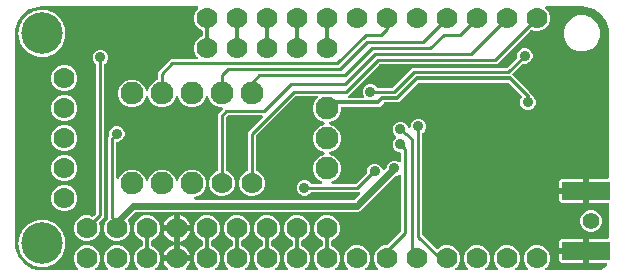
<source format=gbr>
G04 EAGLE Gerber RS-274X export*
G75*
%MOMM*%
%FSLAX34Y34*%
%LPD*%
%INBottom Copper*%
%IPPOS*%
%AMOC8*
5,1,8,0,0,1.08239X$1,22.5*%
G01*
%ADD10C,1.778000*%
%ADD11R,4.064000X1.524000*%
%ADD12C,1.930400*%
%ADD13C,3.516000*%
%ADD14C,0.906400*%
%ADD15C,0.609600*%
%ADD16C,0.254000*%
%ADD17C,0.304800*%
%ADD18C,1.422400*%

G36*
X55285Y2558D02*
X55285Y2558D01*
X55424Y2571D01*
X55443Y2578D01*
X55464Y2581D01*
X55592Y2632D01*
X55724Y2679D01*
X55740Y2690D01*
X55759Y2698D01*
X55872Y2779D01*
X55987Y2857D01*
X56000Y2873D01*
X56017Y2884D01*
X56105Y2992D01*
X56197Y3096D01*
X56206Y3114D01*
X56219Y3129D01*
X56279Y3255D01*
X56342Y3379D01*
X56346Y3399D01*
X56355Y3417D01*
X56381Y3554D01*
X56411Y3689D01*
X56411Y3710D01*
X56415Y3729D01*
X56406Y3868D01*
X56402Y4007D01*
X56396Y4027D01*
X56395Y4047D01*
X56352Y4179D01*
X56313Y4313D01*
X56303Y4330D01*
X56297Y4349D01*
X56222Y4467D01*
X56152Y4587D01*
X56133Y4608D01*
X56127Y4618D01*
X56112Y4632D01*
X56045Y4707D01*
X54240Y6513D01*
X52577Y10527D01*
X52577Y14873D01*
X54240Y18887D01*
X57313Y21960D01*
X61327Y23623D01*
X65673Y23623D01*
X69687Y21960D01*
X72760Y18887D01*
X74423Y14873D01*
X74423Y10527D01*
X72760Y6513D01*
X70955Y4707D01*
X70869Y4598D01*
X70781Y4491D01*
X70772Y4472D01*
X70760Y4456D01*
X70704Y4328D01*
X70645Y4203D01*
X70641Y4183D01*
X70633Y4164D01*
X70611Y4026D01*
X70585Y3890D01*
X70587Y3870D01*
X70583Y3850D01*
X70596Y3711D01*
X70605Y3573D01*
X70611Y3554D01*
X70613Y3534D01*
X70660Y3402D01*
X70703Y3271D01*
X70714Y3253D01*
X70721Y3234D01*
X70799Y3119D01*
X70873Y3002D01*
X70888Y2988D01*
X70899Y2971D01*
X71004Y2879D01*
X71105Y2784D01*
X71123Y2774D01*
X71138Y2761D01*
X71262Y2697D01*
X71383Y2630D01*
X71403Y2625D01*
X71421Y2616D01*
X71557Y2586D01*
X71691Y2551D01*
X71719Y2549D01*
X71731Y2546D01*
X71752Y2547D01*
X71852Y2541D01*
X80548Y2541D01*
X80685Y2558D01*
X80824Y2571D01*
X80843Y2578D01*
X80864Y2581D01*
X80992Y2632D01*
X81124Y2679D01*
X81140Y2690D01*
X81159Y2698D01*
X81272Y2779D01*
X81387Y2857D01*
X81400Y2873D01*
X81417Y2884D01*
X81505Y2992D01*
X81597Y3096D01*
X81606Y3114D01*
X81619Y3129D01*
X81679Y3255D01*
X81742Y3379D01*
X81746Y3399D01*
X81755Y3417D01*
X81781Y3554D01*
X81811Y3689D01*
X81811Y3710D01*
X81815Y3729D01*
X81806Y3868D01*
X81802Y4007D01*
X81796Y4027D01*
X81795Y4047D01*
X81752Y4179D01*
X81713Y4313D01*
X81703Y4330D01*
X81697Y4349D01*
X81622Y4467D01*
X81552Y4587D01*
X81533Y4608D01*
X81527Y4618D01*
X81512Y4632D01*
X81445Y4707D01*
X79640Y6513D01*
X77977Y10527D01*
X77977Y14873D01*
X79640Y18887D01*
X82713Y21960D01*
X86727Y23623D01*
X91073Y23623D01*
X95087Y21960D01*
X98160Y18887D01*
X99823Y14873D01*
X99823Y10527D01*
X98160Y6513D01*
X96355Y4707D01*
X96269Y4598D01*
X96181Y4491D01*
X96172Y4472D01*
X96160Y4456D01*
X96104Y4328D01*
X96045Y4203D01*
X96041Y4183D01*
X96033Y4164D01*
X96011Y4026D01*
X95985Y3890D01*
X95987Y3870D01*
X95983Y3850D01*
X95996Y3711D01*
X96005Y3573D01*
X96011Y3554D01*
X96013Y3534D01*
X96060Y3402D01*
X96103Y3271D01*
X96114Y3253D01*
X96121Y3234D01*
X96199Y3119D01*
X96273Y3002D01*
X96288Y2988D01*
X96299Y2971D01*
X96404Y2879D01*
X96505Y2784D01*
X96523Y2774D01*
X96538Y2761D01*
X96662Y2697D01*
X96783Y2630D01*
X96803Y2625D01*
X96821Y2616D01*
X96957Y2586D01*
X97091Y2551D01*
X97119Y2549D01*
X97131Y2546D01*
X97152Y2547D01*
X97252Y2541D01*
X105948Y2541D01*
X106085Y2558D01*
X106224Y2571D01*
X106243Y2578D01*
X106264Y2581D01*
X106392Y2632D01*
X106524Y2679D01*
X106540Y2690D01*
X106559Y2698D01*
X106672Y2779D01*
X106787Y2857D01*
X106800Y2873D01*
X106817Y2884D01*
X106905Y2992D01*
X106997Y3096D01*
X107006Y3114D01*
X107019Y3129D01*
X107079Y3255D01*
X107142Y3379D01*
X107146Y3399D01*
X107155Y3417D01*
X107181Y3554D01*
X107211Y3689D01*
X107211Y3710D01*
X107215Y3729D01*
X107206Y3868D01*
X107202Y4007D01*
X107196Y4027D01*
X107195Y4047D01*
X107152Y4179D01*
X107113Y4313D01*
X107103Y4330D01*
X107097Y4349D01*
X107022Y4467D01*
X106952Y4587D01*
X106933Y4608D01*
X106927Y4618D01*
X106912Y4632D01*
X106845Y4707D01*
X105040Y6513D01*
X103377Y10527D01*
X103377Y14873D01*
X105040Y18887D01*
X108113Y21960D01*
X109960Y22725D01*
X109985Y22740D01*
X110013Y22749D01*
X110123Y22818D01*
X110236Y22882D01*
X110257Y22903D01*
X110282Y22919D01*
X110371Y23013D01*
X110464Y23104D01*
X110480Y23129D01*
X110500Y23150D01*
X110563Y23264D01*
X110631Y23375D01*
X110639Y23403D01*
X110654Y23429D01*
X110686Y23555D01*
X110724Y23679D01*
X110726Y23708D01*
X110733Y23737D01*
X110743Y23898D01*
X110743Y26902D01*
X110740Y26932D01*
X110742Y26961D01*
X110720Y27089D01*
X110703Y27218D01*
X110693Y27245D01*
X110688Y27275D01*
X110634Y27393D01*
X110586Y27514D01*
X110569Y27538D01*
X110557Y27565D01*
X110476Y27666D01*
X110400Y27771D01*
X110377Y27790D01*
X110358Y27813D01*
X110255Y27891D01*
X110155Y27974D01*
X110128Y27986D01*
X110104Y28004D01*
X109960Y28075D01*
X108113Y28840D01*
X105040Y31913D01*
X103377Y35927D01*
X103377Y40273D01*
X105040Y44287D01*
X108113Y47360D01*
X112127Y49023D01*
X116473Y49023D01*
X120487Y47360D01*
X123560Y44287D01*
X125223Y40273D01*
X125223Y35927D01*
X123560Y31913D01*
X120487Y28840D01*
X118640Y28075D01*
X118615Y28060D01*
X118587Y28051D01*
X118477Y27982D01*
X118364Y27918D01*
X118343Y27897D01*
X118318Y27881D01*
X118229Y27787D01*
X118136Y27696D01*
X118120Y27671D01*
X118100Y27650D01*
X118037Y27536D01*
X117969Y27425D01*
X117961Y27397D01*
X117946Y27371D01*
X117914Y27245D01*
X117876Y27121D01*
X117874Y27092D01*
X117867Y27063D01*
X117857Y26902D01*
X117857Y23898D01*
X117860Y23868D01*
X117858Y23839D01*
X117880Y23711D01*
X117897Y23582D01*
X117907Y23555D01*
X117912Y23525D01*
X117966Y23407D01*
X118014Y23286D01*
X118031Y23262D01*
X118043Y23235D01*
X118124Y23134D01*
X118200Y23029D01*
X118223Y23010D01*
X118242Y22987D01*
X118345Y22909D01*
X118445Y22826D01*
X118472Y22814D01*
X118496Y22796D01*
X118640Y22725D01*
X120487Y21960D01*
X123560Y18887D01*
X125223Y14873D01*
X125223Y10527D01*
X123560Y6513D01*
X121755Y4707D01*
X121669Y4598D01*
X121581Y4491D01*
X121572Y4472D01*
X121560Y4456D01*
X121504Y4328D01*
X121445Y4203D01*
X121441Y4183D01*
X121433Y4164D01*
X121411Y4026D01*
X121385Y3890D01*
X121387Y3870D01*
X121383Y3850D01*
X121396Y3711D01*
X121405Y3573D01*
X121411Y3554D01*
X121413Y3534D01*
X121460Y3402D01*
X121503Y3271D01*
X121514Y3253D01*
X121521Y3234D01*
X121599Y3119D01*
X121673Y3002D01*
X121688Y2988D01*
X121699Y2971D01*
X121804Y2879D01*
X121905Y2784D01*
X121923Y2774D01*
X121938Y2761D01*
X122062Y2697D01*
X122183Y2630D01*
X122203Y2625D01*
X122221Y2616D01*
X122357Y2586D01*
X122491Y2551D01*
X122519Y2549D01*
X122531Y2546D01*
X122552Y2547D01*
X122652Y2541D01*
X130630Y2541D01*
X130768Y2558D01*
X130906Y2571D01*
X130925Y2578D01*
X130945Y2581D01*
X131075Y2632D01*
X131205Y2679D01*
X131222Y2690D01*
X131241Y2698D01*
X131353Y2779D01*
X131468Y2857D01*
X131482Y2873D01*
X131498Y2884D01*
X131587Y2992D01*
X131679Y3096D01*
X131688Y3114D01*
X131701Y3129D01*
X131760Y3255D01*
X131823Y3379D01*
X131828Y3399D01*
X131836Y3417D01*
X131862Y3553D01*
X131893Y3689D01*
X131892Y3710D01*
X131896Y3729D01*
X131888Y3868D01*
X131883Y4007D01*
X131878Y4027D01*
X131876Y4047D01*
X131834Y4179D01*
X131795Y4313D01*
X131785Y4330D01*
X131778Y4349D01*
X131704Y4467D01*
X131633Y4587D01*
X131615Y4608D01*
X131608Y4618D01*
X131593Y4632D01*
X131527Y4708D01*
X130981Y5253D01*
X129923Y6709D01*
X129107Y8312D01*
X128551Y10023D01*
X128523Y10201D01*
X138470Y10201D01*
X138588Y10216D01*
X138707Y10223D01*
X138745Y10235D01*
X138785Y10241D01*
X138896Y10284D01*
X139009Y10321D01*
X139043Y10343D01*
X139081Y10358D01*
X139177Y10427D01*
X139278Y10491D01*
X139306Y10521D01*
X139338Y10544D01*
X139414Y10636D01*
X139496Y10723D01*
X139515Y10758D01*
X139541Y10789D01*
X139592Y10897D01*
X139649Y11001D01*
X139659Y11041D01*
X139677Y11077D01*
X139697Y11184D01*
X139701Y11154D01*
X139745Y11044D01*
X139781Y10931D01*
X139803Y10896D01*
X139818Y10859D01*
X139888Y10762D01*
X139951Y10662D01*
X139981Y10634D01*
X140005Y10601D01*
X140096Y10525D01*
X140183Y10444D01*
X140219Y10424D01*
X140250Y10399D01*
X140357Y10348D01*
X140462Y10290D01*
X140501Y10280D01*
X140537Y10263D01*
X140654Y10241D01*
X140770Y10211D01*
X140830Y10207D01*
X140850Y10203D01*
X140870Y10205D01*
X140930Y10201D01*
X150877Y10201D01*
X150849Y10023D01*
X150293Y8312D01*
X149477Y6709D01*
X148419Y5253D01*
X147873Y4708D01*
X147788Y4598D01*
X147699Y4491D01*
X147690Y4472D01*
X147678Y4456D01*
X147623Y4328D01*
X147564Y4203D01*
X147560Y4183D01*
X147552Y4164D01*
X147530Y4026D01*
X147504Y3890D01*
X147505Y3870D01*
X147502Y3850D01*
X147515Y3711D01*
X147524Y3573D01*
X147530Y3554D01*
X147532Y3534D01*
X147579Y3403D01*
X147622Y3271D01*
X147632Y3253D01*
X147639Y3234D01*
X147717Y3120D01*
X147792Y3002D01*
X147806Y2988D01*
X147818Y2971D01*
X147922Y2879D01*
X148023Y2784D01*
X148041Y2774D01*
X148056Y2761D01*
X148180Y2698D01*
X148302Y2630D01*
X148321Y2625D01*
X148339Y2616D01*
X148475Y2586D01*
X148610Y2551D01*
X148638Y2549D01*
X148650Y2546D01*
X148670Y2547D01*
X148770Y2541D01*
X156748Y2541D01*
X156885Y2558D01*
X157024Y2571D01*
X157043Y2578D01*
X157064Y2581D01*
X157192Y2632D01*
X157324Y2679D01*
X157340Y2690D01*
X157359Y2698D01*
X157472Y2779D01*
X157587Y2857D01*
X157600Y2873D01*
X157617Y2884D01*
X157705Y2992D01*
X157797Y3096D01*
X157806Y3114D01*
X157819Y3129D01*
X157879Y3255D01*
X157942Y3379D01*
X157946Y3399D01*
X157955Y3417D01*
X157981Y3554D01*
X158011Y3689D01*
X158011Y3710D01*
X158015Y3729D01*
X158006Y3868D01*
X158002Y4007D01*
X157996Y4027D01*
X157995Y4047D01*
X157952Y4179D01*
X157913Y4313D01*
X157903Y4330D01*
X157897Y4349D01*
X157822Y4467D01*
X157752Y4587D01*
X157733Y4608D01*
X157727Y4618D01*
X157712Y4632D01*
X157645Y4707D01*
X155840Y6513D01*
X154177Y10527D01*
X154177Y14873D01*
X155840Y18887D01*
X158913Y21960D01*
X160760Y22725D01*
X160785Y22740D01*
X160813Y22749D01*
X160923Y22818D01*
X161036Y22882D01*
X161057Y22903D01*
X161082Y22919D01*
X161171Y23013D01*
X161264Y23104D01*
X161280Y23129D01*
X161300Y23150D01*
X161363Y23264D01*
X161431Y23375D01*
X161439Y23403D01*
X161454Y23429D01*
X161486Y23555D01*
X161524Y23679D01*
X161526Y23708D01*
X161533Y23737D01*
X161543Y23898D01*
X161543Y26902D01*
X161540Y26932D01*
X161542Y26961D01*
X161520Y27089D01*
X161503Y27218D01*
X161493Y27245D01*
X161488Y27275D01*
X161434Y27393D01*
X161386Y27514D01*
X161369Y27538D01*
X161357Y27565D01*
X161276Y27666D01*
X161200Y27771D01*
X161177Y27790D01*
X161158Y27813D01*
X161055Y27891D01*
X160955Y27974D01*
X160928Y27986D01*
X160904Y28004D01*
X160760Y28075D01*
X158913Y28840D01*
X155840Y31913D01*
X154177Y35927D01*
X154177Y40273D01*
X155840Y44287D01*
X158913Y47360D01*
X162927Y49023D01*
X167273Y49023D01*
X171287Y47360D01*
X174360Y44287D01*
X176023Y40273D01*
X176023Y35927D01*
X174360Y31913D01*
X171287Y28840D01*
X169440Y28075D01*
X169415Y28060D01*
X169387Y28051D01*
X169277Y27982D01*
X169164Y27918D01*
X169143Y27897D01*
X169118Y27881D01*
X169029Y27787D01*
X168936Y27696D01*
X168920Y27671D01*
X168900Y27650D01*
X168837Y27536D01*
X168769Y27425D01*
X168761Y27397D01*
X168746Y27371D01*
X168714Y27245D01*
X168676Y27121D01*
X168674Y27092D01*
X168667Y27063D01*
X168657Y26902D01*
X168657Y23898D01*
X168660Y23868D01*
X168658Y23839D01*
X168680Y23711D01*
X168697Y23582D01*
X168707Y23555D01*
X168712Y23525D01*
X168766Y23407D01*
X168814Y23286D01*
X168831Y23262D01*
X168843Y23235D01*
X168924Y23134D01*
X169000Y23029D01*
X169023Y23010D01*
X169042Y22987D01*
X169145Y22909D01*
X169245Y22826D01*
X169272Y22814D01*
X169296Y22796D01*
X169440Y22725D01*
X171287Y21960D01*
X174360Y18887D01*
X176023Y14873D01*
X176023Y10527D01*
X174360Y6513D01*
X172555Y4707D01*
X172469Y4598D01*
X172381Y4491D01*
X172372Y4472D01*
X172360Y4456D01*
X172304Y4328D01*
X172245Y4203D01*
X172241Y4183D01*
X172233Y4164D01*
X172211Y4026D01*
X172185Y3890D01*
X172187Y3870D01*
X172183Y3850D01*
X172196Y3711D01*
X172205Y3573D01*
X172211Y3554D01*
X172213Y3534D01*
X172260Y3402D01*
X172303Y3271D01*
X172314Y3253D01*
X172321Y3234D01*
X172399Y3119D01*
X172473Y3002D01*
X172488Y2988D01*
X172499Y2971D01*
X172604Y2879D01*
X172705Y2784D01*
X172723Y2774D01*
X172738Y2761D01*
X172862Y2697D01*
X172983Y2630D01*
X173003Y2625D01*
X173021Y2616D01*
X173157Y2586D01*
X173291Y2551D01*
X173319Y2549D01*
X173331Y2546D01*
X173352Y2547D01*
X173452Y2541D01*
X182148Y2541D01*
X182285Y2558D01*
X182424Y2571D01*
X182443Y2578D01*
X182464Y2581D01*
X182592Y2632D01*
X182724Y2679D01*
X182740Y2690D01*
X182759Y2698D01*
X182872Y2779D01*
X182987Y2857D01*
X183000Y2873D01*
X183017Y2884D01*
X183105Y2992D01*
X183197Y3096D01*
X183206Y3114D01*
X183219Y3129D01*
X183279Y3255D01*
X183342Y3379D01*
X183346Y3399D01*
X183355Y3417D01*
X183381Y3554D01*
X183411Y3689D01*
X183411Y3710D01*
X183415Y3729D01*
X183406Y3868D01*
X183402Y4007D01*
X183396Y4027D01*
X183395Y4047D01*
X183352Y4179D01*
X183313Y4313D01*
X183303Y4330D01*
X183297Y4349D01*
X183222Y4467D01*
X183152Y4587D01*
X183133Y4608D01*
X183127Y4618D01*
X183112Y4632D01*
X183045Y4707D01*
X181240Y6513D01*
X179577Y10527D01*
X179577Y14873D01*
X181240Y18887D01*
X184313Y21960D01*
X186160Y22725D01*
X186185Y22740D01*
X186213Y22749D01*
X186323Y22818D01*
X186436Y22882D01*
X186457Y22903D01*
X186482Y22919D01*
X186571Y23013D01*
X186664Y23104D01*
X186680Y23129D01*
X186700Y23150D01*
X186763Y23264D01*
X186831Y23375D01*
X186839Y23403D01*
X186854Y23429D01*
X186886Y23555D01*
X186924Y23679D01*
X186926Y23708D01*
X186933Y23737D01*
X186943Y23898D01*
X186943Y26902D01*
X186940Y26932D01*
X186942Y26961D01*
X186920Y27089D01*
X186903Y27218D01*
X186893Y27245D01*
X186888Y27275D01*
X186834Y27393D01*
X186786Y27514D01*
X186769Y27538D01*
X186757Y27565D01*
X186676Y27666D01*
X186600Y27771D01*
X186577Y27790D01*
X186558Y27813D01*
X186455Y27891D01*
X186355Y27974D01*
X186328Y27986D01*
X186304Y28004D01*
X186160Y28075D01*
X184313Y28840D01*
X181240Y31913D01*
X179577Y35927D01*
X179577Y40273D01*
X181240Y44287D01*
X184313Y47360D01*
X188327Y49023D01*
X192673Y49023D01*
X196687Y47360D01*
X199760Y44287D01*
X201423Y40273D01*
X201423Y35927D01*
X199760Y31913D01*
X196687Y28840D01*
X194840Y28075D01*
X194815Y28060D01*
X194787Y28051D01*
X194677Y27982D01*
X194564Y27918D01*
X194543Y27897D01*
X194518Y27881D01*
X194429Y27787D01*
X194336Y27696D01*
X194320Y27671D01*
X194300Y27650D01*
X194237Y27536D01*
X194169Y27425D01*
X194161Y27397D01*
X194146Y27371D01*
X194114Y27245D01*
X194076Y27121D01*
X194074Y27092D01*
X194067Y27063D01*
X194057Y26902D01*
X194057Y23898D01*
X194060Y23868D01*
X194058Y23839D01*
X194080Y23711D01*
X194097Y23582D01*
X194107Y23555D01*
X194112Y23525D01*
X194166Y23407D01*
X194214Y23286D01*
X194231Y23262D01*
X194243Y23235D01*
X194324Y23134D01*
X194400Y23029D01*
X194423Y23010D01*
X194442Y22987D01*
X194545Y22909D01*
X194645Y22826D01*
X194672Y22814D01*
X194696Y22796D01*
X194840Y22725D01*
X196687Y21960D01*
X199760Y18887D01*
X201423Y14873D01*
X201423Y10527D01*
X199760Y6513D01*
X197955Y4707D01*
X197869Y4598D01*
X197781Y4491D01*
X197772Y4472D01*
X197760Y4456D01*
X197704Y4328D01*
X197645Y4203D01*
X197641Y4183D01*
X197633Y4164D01*
X197611Y4026D01*
X197585Y3890D01*
X197587Y3870D01*
X197583Y3850D01*
X197596Y3711D01*
X197605Y3573D01*
X197611Y3554D01*
X197613Y3534D01*
X197660Y3402D01*
X197703Y3271D01*
X197714Y3253D01*
X197721Y3234D01*
X197799Y3119D01*
X197873Y3002D01*
X197888Y2988D01*
X197899Y2971D01*
X198004Y2879D01*
X198105Y2784D01*
X198123Y2774D01*
X198138Y2761D01*
X198262Y2697D01*
X198383Y2630D01*
X198403Y2625D01*
X198421Y2616D01*
X198557Y2586D01*
X198691Y2551D01*
X198719Y2549D01*
X198731Y2546D01*
X198752Y2547D01*
X198852Y2541D01*
X207548Y2541D01*
X207685Y2558D01*
X207824Y2571D01*
X207843Y2578D01*
X207864Y2581D01*
X207992Y2632D01*
X208124Y2679D01*
X208140Y2690D01*
X208159Y2698D01*
X208272Y2779D01*
X208387Y2857D01*
X208400Y2873D01*
X208417Y2884D01*
X208505Y2992D01*
X208597Y3096D01*
X208606Y3114D01*
X208619Y3129D01*
X208679Y3255D01*
X208742Y3379D01*
X208746Y3399D01*
X208755Y3417D01*
X208781Y3554D01*
X208811Y3689D01*
X208811Y3710D01*
X208815Y3729D01*
X208806Y3868D01*
X208802Y4007D01*
X208796Y4027D01*
X208795Y4047D01*
X208752Y4179D01*
X208713Y4313D01*
X208703Y4330D01*
X208697Y4349D01*
X208622Y4467D01*
X208552Y4587D01*
X208533Y4608D01*
X208527Y4618D01*
X208512Y4632D01*
X208445Y4707D01*
X206640Y6513D01*
X204977Y10527D01*
X204977Y14873D01*
X206640Y18887D01*
X209713Y21960D01*
X211560Y22725D01*
X211585Y22740D01*
X211613Y22749D01*
X211723Y22818D01*
X211836Y22882D01*
X211857Y22903D01*
X211882Y22919D01*
X211971Y23013D01*
X212064Y23104D01*
X212080Y23129D01*
X212100Y23150D01*
X212163Y23264D01*
X212231Y23375D01*
X212239Y23403D01*
X212254Y23429D01*
X212286Y23555D01*
X212324Y23679D01*
X212326Y23708D01*
X212333Y23737D01*
X212343Y23898D01*
X212343Y26902D01*
X212340Y26932D01*
X212342Y26961D01*
X212320Y27089D01*
X212303Y27218D01*
X212293Y27245D01*
X212288Y27275D01*
X212234Y27393D01*
X212186Y27514D01*
X212169Y27538D01*
X212157Y27565D01*
X212076Y27666D01*
X212000Y27771D01*
X211977Y27790D01*
X211958Y27813D01*
X211855Y27891D01*
X211755Y27974D01*
X211728Y27986D01*
X211704Y28004D01*
X211560Y28075D01*
X209713Y28840D01*
X206640Y31913D01*
X204977Y35927D01*
X204977Y40273D01*
X206640Y44287D01*
X209713Y47360D01*
X213727Y49023D01*
X218073Y49023D01*
X222087Y47360D01*
X225160Y44287D01*
X226823Y40273D01*
X226823Y35927D01*
X225160Y31913D01*
X222087Y28840D01*
X220240Y28075D01*
X220215Y28060D01*
X220187Y28051D01*
X220077Y27982D01*
X219964Y27918D01*
X219943Y27897D01*
X219918Y27881D01*
X219829Y27787D01*
X219736Y27696D01*
X219720Y27671D01*
X219700Y27650D01*
X219637Y27536D01*
X219569Y27425D01*
X219561Y27397D01*
X219546Y27371D01*
X219514Y27245D01*
X219476Y27121D01*
X219474Y27092D01*
X219467Y27063D01*
X219457Y26902D01*
X219457Y23898D01*
X219460Y23868D01*
X219458Y23839D01*
X219480Y23711D01*
X219497Y23582D01*
X219507Y23555D01*
X219512Y23525D01*
X219566Y23407D01*
X219614Y23286D01*
X219631Y23262D01*
X219643Y23235D01*
X219724Y23134D01*
X219800Y23029D01*
X219823Y23010D01*
X219842Y22987D01*
X219945Y22909D01*
X220045Y22826D01*
X220072Y22814D01*
X220096Y22796D01*
X220240Y22725D01*
X222087Y21960D01*
X225160Y18887D01*
X226823Y14873D01*
X226823Y10527D01*
X225160Y6513D01*
X223355Y4707D01*
X223269Y4598D01*
X223181Y4491D01*
X223172Y4472D01*
X223160Y4456D01*
X223104Y4328D01*
X223045Y4203D01*
X223041Y4183D01*
X223033Y4164D01*
X223011Y4026D01*
X222985Y3890D01*
X222987Y3870D01*
X222983Y3850D01*
X222996Y3711D01*
X223005Y3573D01*
X223011Y3554D01*
X223013Y3534D01*
X223060Y3402D01*
X223103Y3271D01*
X223114Y3253D01*
X223121Y3234D01*
X223199Y3119D01*
X223273Y3002D01*
X223288Y2988D01*
X223299Y2971D01*
X223404Y2879D01*
X223505Y2784D01*
X223523Y2774D01*
X223538Y2761D01*
X223662Y2697D01*
X223783Y2630D01*
X223803Y2625D01*
X223821Y2616D01*
X223957Y2586D01*
X224091Y2551D01*
X224119Y2549D01*
X224131Y2546D01*
X224152Y2547D01*
X224252Y2541D01*
X232948Y2541D01*
X233085Y2558D01*
X233224Y2571D01*
X233243Y2578D01*
X233264Y2581D01*
X233392Y2632D01*
X233524Y2679D01*
X233540Y2690D01*
X233559Y2698D01*
X233672Y2779D01*
X233787Y2857D01*
X233800Y2873D01*
X233817Y2884D01*
X233905Y2992D01*
X233997Y3096D01*
X234006Y3114D01*
X234019Y3129D01*
X234079Y3255D01*
X234142Y3379D01*
X234146Y3399D01*
X234155Y3417D01*
X234181Y3554D01*
X234211Y3689D01*
X234211Y3710D01*
X234215Y3729D01*
X234206Y3868D01*
X234202Y4007D01*
X234196Y4027D01*
X234195Y4047D01*
X234152Y4179D01*
X234113Y4313D01*
X234103Y4330D01*
X234097Y4349D01*
X234022Y4467D01*
X233952Y4587D01*
X233933Y4608D01*
X233927Y4618D01*
X233912Y4632D01*
X233845Y4707D01*
X232040Y6513D01*
X230377Y10527D01*
X230377Y14873D01*
X232040Y18887D01*
X235113Y21960D01*
X236960Y22725D01*
X236985Y22740D01*
X237013Y22749D01*
X237123Y22818D01*
X237236Y22882D01*
X237257Y22903D01*
X237282Y22919D01*
X237371Y23013D01*
X237464Y23104D01*
X237480Y23129D01*
X237500Y23150D01*
X237563Y23264D01*
X237631Y23375D01*
X237639Y23403D01*
X237654Y23429D01*
X237686Y23555D01*
X237724Y23679D01*
X237726Y23708D01*
X237733Y23737D01*
X237743Y23898D01*
X237743Y26902D01*
X237740Y26932D01*
X237742Y26961D01*
X237720Y27089D01*
X237703Y27218D01*
X237693Y27245D01*
X237688Y27275D01*
X237634Y27393D01*
X237586Y27514D01*
X237569Y27538D01*
X237557Y27565D01*
X237476Y27666D01*
X237400Y27771D01*
X237377Y27790D01*
X237358Y27813D01*
X237255Y27891D01*
X237155Y27974D01*
X237128Y27986D01*
X237104Y28004D01*
X236960Y28075D01*
X235113Y28840D01*
X232040Y31913D01*
X230377Y35927D01*
X230377Y40273D01*
X232040Y44287D01*
X235113Y47360D01*
X239127Y49023D01*
X243473Y49023D01*
X247487Y47360D01*
X250560Y44287D01*
X252223Y40273D01*
X252223Y35927D01*
X250560Y31913D01*
X247487Y28840D01*
X245640Y28075D01*
X245615Y28060D01*
X245587Y28051D01*
X245477Y27982D01*
X245364Y27918D01*
X245343Y27897D01*
X245318Y27881D01*
X245229Y27787D01*
X245136Y27696D01*
X245120Y27671D01*
X245100Y27650D01*
X245037Y27536D01*
X244969Y27425D01*
X244961Y27397D01*
X244946Y27371D01*
X244914Y27245D01*
X244876Y27121D01*
X244874Y27092D01*
X244867Y27063D01*
X244857Y26902D01*
X244857Y23898D01*
X244860Y23868D01*
X244858Y23839D01*
X244880Y23711D01*
X244897Y23582D01*
X244907Y23555D01*
X244912Y23525D01*
X244966Y23407D01*
X245014Y23286D01*
X245031Y23262D01*
X245043Y23235D01*
X245124Y23134D01*
X245200Y23029D01*
X245223Y23010D01*
X245242Y22987D01*
X245345Y22909D01*
X245445Y22826D01*
X245472Y22814D01*
X245496Y22796D01*
X245640Y22725D01*
X247487Y21960D01*
X250560Y18887D01*
X252223Y14873D01*
X252223Y10527D01*
X250560Y6513D01*
X248755Y4707D01*
X248669Y4598D01*
X248581Y4491D01*
X248572Y4472D01*
X248560Y4456D01*
X248504Y4328D01*
X248445Y4203D01*
X248441Y4183D01*
X248433Y4164D01*
X248411Y4026D01*
X248385Y3890D01*
X248387Y3870D01*
X248383Y3850D01*
X248396Y3711D01*
X248405Y3573D01*
X248411Y3554D01*
X248413Y3534D01*
X248460Y3402D01*
X248503Y3271D01*
X248514Y3253D01*
X248521Y3234D01*
X248599Y3119D01*
X248673Y3002D01*
X248688Y2988D01*
X248699Y2971D01*
X248804Y2879D01*
X248905Y2784D01*
X248923Y2774D01*
X248938Y2761D01*
X249062Y2697D01*
X249183Y2630D01*
X249203Y2625D01*
X249221Y2616D01*
X249357Y2586D01*
X249491Y2551D01*
X249519Y2549D01*
X249531Y2546D01*
X249552Y2547D01*
X249652Y2541D01*
X258348Y2541D01*
X258485Y2558D01*
X258624Y2571D01*
X258643Y2578D01*
X258664Y2581D01*
X258792Y2632D01*
X258924Y2679D01*
X258940Y2690D01*
X258959Y2698D01*
X259072Y2779D01*
X259187Y2857D01*
X259200Y2873D01*
X259217Y2884D01*
X259305Y2992D01*
X259397Y3096D01*
X259406Y3114D01*
X259419Y3129D01*
X259479Y3255D01*
X259542Y3379D01*
X259546Y3399D01*
X259555Y3417D01*
X259581Y3554D01*
X259611Y3689D01*
X259611Y3710D01*
X259615Y3729D01*
X259606Y3868D01*
X259602Y4007D01*
X259596Y4027D01*
X259595Y4047D01*
X259552Y4179D01*
X259513Y4313D01*
X259503Y4330D01*
X259497Y4349D01*
X259422Y4467D01*
X259352Y4587D01*
X259333Y4608D01*
X259327Y4618D01*
X259312Y4632D01*
X259245Y4707D01*
X257440Y6513D01*
X255777Y10527D01*
X255777Y14873D01*
X257440Y18887D01*
X260513Y21960D01*
X262360Y22725D01*
X262385Y22740D01*
X262413Y22749D01*
X262523Y22818D01*
X262636Y22882D01*
X262657Y22903D01*
X262682Y22919D01*
X262771Y23013D01*
X262864Y23104D01*
X262880Y23129D01*
X262900Y23150D01*
X262963Y23264D01*
X263031Y23375D01*
X263039Y23403D01*
X263054Y23429D01*
X263086Y23555D01*
X263124Y23679D01*
X263126Y23708D01*
X263133Y23737D01*
X263143Y23898D01*
X263143Y26902D01*
X263140Y26932D01*
X263142Y26961D01*
X263120Y27089D01*
X263103Y27218D01*
X263093Y27245D01*
X263088Y27275D01*
X263034Y27393D01*
X262986Y27514D01*
X262969Y27538D01*
X262957Y27565D01*
X262876Y27666D01*
X262800Y27771D01*
X262777Y27790D01*
X262758Y27813D01*
X262655Y27891D01*
X262555Y27974D01*
X262528Y27986D01*
X262504Y28004D01*
X262360Y28075D01*
X260513Y28840D01*
X257440Y31913D01*
X255777Y35927D01*
X255777Y40273D01*
X257440Y44287D01*
X260513Y47360D01*
X264527Y49023D01*
X268873Y49023D01*
X272887Y47360D01*
X275960Y44287D01*
X277623Y40273D01*
X277623Y35927D01*
X275960Y31913D01*
X272887Y28840D01*
X271040Y28075D01*
X271015Y28060D01*
X270987Y28051D01*
X270877Y27982D01*
X270764Y27918D01*
X270743Y27897D01*
X270718Y27881D01*
X270629Y27787D01*
X270536Y27696D01*
X270520Y27671D01*
X270500Y27650D01*
X270437Y27536D01*
X270369Y27425D01*
X270361Y27397D01*
X270346Y27371D01*
X270314Y27245D01*
X270276Y27121D01*
X270274Y27092D01*
X270267Y27063D01*
X270257Y26902D01*
X270257Y23898D01*
X270260Y23868D01*
X270258Y23839D01*
X270280Y23711D01*
X270297Y23582D01*
X270307Y23555D01*
X270312Y23525D01*
X270366Y23407D01*
X270414Y23286D01*
X270431Y23262D01*
X270443Y23235D01*
X270524Y23134D01*
X270600Y23029D01*
X270623Y23010D01*
X270642Y22987D01*
X270745Y22909D01*
X270845Y22826D01*
X270872Y22814D01*
X270896Y22796D01*
X271040Y22725D01*
X272887Y21960D01*
X275960Y18887D01*
X277623Y14873D01*
X277623Y10527D01*
X275960Y6513D01*
X274155Y4707D01*
X274069Y4598D01*
X273981Y4491D01*
X273972Y4472D01*
X273960Y4456D01*
X273904Y4328D01*
X273845Y4203D01*
X273841Y4183D01*
X273833Y4164D01*
X273811Y4026D01*
X273785Y3890D01*
X273787Y3870D01*
X273783Y3850D01*
X273796Y3711D01*
X273805Y3573D01*
X273811Y3554D01*
X273813Y3534D01*
X273860Y3402D01*
X273903Y3271D01*
X273914Y3253D01*
X273921Y3234D01*
X273999Y3119D01*
X274073Y3002D01*
X274088Y2988D01*
X274099Y2971D01*
X274204Y2879D01*
X274305Y2784D01*
X274323Y2774D01*
X274338Y2761D01*
X274462Y2697D01*
X274583Y2630D01*
X274603Y2625D01*
X274621Y2616D01*
X274757Y2586D01*
X274891Y2551D01*
X274919Y2549D01*
X274931Y2546D01*
X274952Y2547D01*
X275052Y2541D01*
X283748Y2541D01*
X283885Y2558D01*
X284024Y2571D01*
X284043Y2578D01*
X284064Y2581D01*
X284192Y2632D01*
X284324Y2679D01*
X284340Y2690D01*
X284359Y2698D01*
X284472Y2779D01*
X284587Y2857D01*
X284600Y2873D01*
X284617Y2884D01*
X284705Y2992D01*
X284797Y3096D01*
X284806Y3114D01*
X284819Y3129D01*
X284879Y3255D01*
X284942Y3379D01*
X284946Y3399D01*
X284955Y3417D01*
X284981Y3554D01*
X285011Y3689D01*
X285011Y3710D01*
X285015Y3729D01*
X285006Y3868D01*
X285002Y4007D01*
X284996Y4027D01*
X284995Y4047D01*
X284952Y4179D01*
X284913Y4313D01*
X284903Y4330D01*
X284897Y4349D01*
X284822Y4467D01*
X284752Y4587D01*
X284733Y4608D01*
X284727Y4618D01*
X284712Y4632D01*
X284645Y4707D01*
X282840Y6513D01*
X281177Y10527D01*
X281177Y14873D01*
X282840Y18887D01*
X285913Y21960D01*
X289927Y23623D01*
X294273Y23623D01*
X298287Y21960D01*
X301360Y18887D01*
X303023Y14873D01*
X303023Y10527D01*
X301360Y6513D01*
X299555Y4707D01*
X299469Y4598D01*
X299381Y4491D01*
X299372Y4472D01*
X299360Y4456D01*
X299304Y4328D01*
X299245Y4203D01*
X299241Y4183D01*
X299233Y4164D01*
X299211Y4026D01*
X299185Y3890D01*
X299187Y3870D01*
X299183Y3850D01*
X299196Y3711D01*
X299205Y3573D01*
X299211Y3554D01*
X299213Y3534D01*
X299260Y3402D01*
X299303Y3271D01*
X299314Y3253D01*
X299321Y3234D01*
X299399Y3119D01*
X299473Y3002D01*
X299488Y2988D01*
X299499Y2971D01*
X299604Y2879D01*
X299705Y2784D01*
X299723Y2774D01*
X299738Y2761D01*
X299862Y2697D01*
X299983Y2630D01*
X300003Y2625D01*
X300021Y2616D01*
X300157Y2586D01*
X300291Y2551D01*
X300319Y2549D01*
X300331Y2546D01*
X300352Y2547D01*
X300452Y2541D01*
X309148Y2541D01*
X309285Y2558D01*
X309424Y2571D01*
X309443Y2578D01*
X309464Y2581D01*
X309592Y2632D01*
X309724Y2679D01*
X309740Y2690D01*
X309759Y2698D01*
X309872Y2779D01*
X309987Y2857D01*
X310000Y2873D01*
X310017Y2884D01*
X310105Y2992D01*
X310197Y3096D01*
X310206Y3114D01*
X310219Y3129D01*
X310279Y3255D01*
X310342Y3379D01*
X310346Y3399D01*
X310355Y3417D01*
X310381Y3554D01*
X310411Y3689D01*
X310411Y3710D01*
X310415Y3729D01*
X310406Y3868D01*
X310402Y4007D01*
X310396Y4027D01*
X310395Y4047D01*
X310352Y4179D01*
X310313Y4313D01*
X310303Y4330D01*
X310297Y4349D01*
X310222Y4467D01*
X310152Y4587D01*
X310133Y4608D01*
X310127Y4618D01*
X310112Y4632D01*
X310045Y4707D01*
X308240Y6513D01*
X306577Y10527D01*
X306577Y14873D01*
X308240Y18887D01*
X311313Y21960D01*
X315327Y23623D01*
X316876Y23623D01*
X316974Y23635D01*
X317073Y23638D01*
X317132Y23655D01*
X317192Y23663D01*
X317284Y23699D01*
X317379Y23727D01*
X317431Y23757D01*
X317487Y23780D01*
X317567Y23838D01*
X317653Y23888D01*
X317728Y23954D01*
X317745Y23966D01*
X317753Y23976D01*
X317774Y23994D01*
X329066Y35286D01*
X329126Y35365D01*
X329194Y35437D01*
X329223Y35490D01*
X329260Y35538D01*
X329300Y35629D01*
X329348Y35715D01*
X329363Y35774D01*
X329387Y35829D01*
X329402Y35927D01*
X329427Y36023D01*
X329433Y36123D01*
X329437Y36144D01*
X329435Y36156D01*
X329437Y36184D01*
X329437Y82209D01*
X329431Y82259D01*
X329433Y82308D01*
X329411Y82415D01*
X329397Y82525D01*
X329379Y82571D01*
X329369Y82620D01*
X329321Y82718D01*
X329280Y82820D01*
X329251Y82860D01*
X329229Y82905D01*
X329158Y82989D01*
X329094Y83078D01*
X329055Y83109D01*
X329023Y83147D01*
X328933Y83210D01*
X328849Y83281D01*
X328804Y83302D01*
X328763Y83330D01*
X328660Y83369D01*
X328561Y83416D01*
X328512Y83425D01*
X328466Y83443D01*
X328356Y83455D01*
X328249Y83476D01*
X328199Y83473D01*
X328150Y83478D01*
X328041Y83463D01*
X327931Y83456D01*
X327884Y83441D01*
X327835Y83434D01*
X327682Y83382D01*
X325156Y82335D01*
X324996Y82335D01*
X324898Y82323D01*
X324799Y82320D01*
X324741Y82303D01*
X324681Y82295D01*
X324589Y82259D01*
X324494Y82231D01*
X324441Y82201D01*
X324385Y82178D01*
X324305Y82120D01*
X324220Y82070D01*
X324144Y82004D01*
X324128Y81992D01*
X324120Y81982D01*
X324099Y81964D01*
X294978Y52843D01*
X293111Y52069D01*
X105500Y52069D01*
X105402Y52057D01*
X105303Y52054D01*
X105245Y52037D01*
X105185Y52029D01*
X105093Y51993D01*
X104998Y51965D01*
X104945Y51935D01*
X104889Y51912D01*
X104809Y51854D01*
X104724Y51804D01*
X104648Y51738D01*
X104632Y51726D01*
X104624Y51716D01*
X104603Y51698D01*
X98476Y45571D01*
X98458Y45548D01*
X98436Y45528D01*
X98361Y45422D01*
X98281Y45320D01*
X98269Y45293D01*
X98253Y45268D01*
X98207Y45147D01*
X98155Y45028D01*
X98150Y44999D01*
X98140Y44971D01*
X98125Y44842D01*
X98105Y44714D01*
X98108Y44684D01*
X98105Y44655D01*
X98123Y44527D01*
X98135Y44397D01*
X98145Y44369D01*
X98149Y44340D01*
X98201Y44188D01*
X99823Y40273D01*
X99823Y35927D01*
X98160Y31913D01*
X95087Y28840D01*
X91073Y27177D01*
X86727Y27177D01*
X82713Y28840D01*
X79640Y31913D01*
X77977Y35927D01*
X77977Y40273D01*
X79640Y44287D01*
X81416Y46063D01*
X81476Y46141D01*
X81544Y46213D01*
X81571Y46262D01*
X81589Y46284D01*
X81593Y46291D01*
X81610Y46314D01*
X81650Y46405D01*
X81698Y46491D01*
X81710Y46540D01*
X81725Y46572D01*
X81727Y46584D01*
X81737Y46606D01*
X81752Y46704D01*
X81777Y46799D01*
X81781Y46866D01*
X81785Y46884D01*
X81784Y46901D01*
X81787Y46920D01*
X81785Y46932D01*
X81787Y46960D01*
X81787Y115668D01*
X81964Y115844D01*
X82024Y115923D01*
X82092Y115995D01*
X82121Y116048D01*
X82158Y116096D01*
X82198Y116187D01*
X82246Y116273D01*
X82261Y116332D01*
X82285Y116387D01*
X82300Y116485D01*
X82325Y116581D01*
X82331Y116681D01*
X82335Y116702D01*
X82333Y116714D01*
X82335Y116742D01*
X82335Y119416D01*
X83335Y121829D01*
X85181Y123675D01*
X87594Y124675D01*
X90206Y124675D01*
X92619Y123675D01*
X94465Y121829D01*
X95465Y119416D01*
X95465Y116804D01*
X94465Y114391D01*
X92619Y112545D01*
X90206Y111545D01*
X89662Y111545D01*
X89544Y111530D01*
X89425Y111523D01*
X89387Y111510D01*
X89346Y111505D01*
X89236Y111462D01*
X89123Y111425D01*
X89088Y111403D01*
X89051Y111388D01*
X88955Y111319D01*
X88854Y111255D01*
X88826Y111225D01*
X88793Y111202D01*
X88717Y111110D01*
X88636Y111023D01*
X88616Y110988D01*
X88591Y110957D01*
X88540Y110849D01*
X88482Y110745D01*
X88472Y110705D01*
X88455Y110669D01*
X88433Y110552D01*
X88403Y110437D01*
X88399Y110377D01*
X88395Y110357D01*
X88397Y110336D01*
X88393Y110276D01*
X88393Y81229D01*
X88401Y81160D01*
X88400Y81090D01*
X88412Y81040D01*
X88415Y80997D01*
X88427Y80962D01*
X88433Y80914D01*
X88458Y80849D01*
X88475Y80781D01*
X88502Y80730D01*
X88513Y80695D01*
X88530Y80669D01*
X88550Y80618D01*
X88591Y80562D01*
X88623Y80500D01*
X88667Y80452D01*
X88683Y80426D01*
X88702Y80409D01*
X88736Y80361D01*
X88790Y80316D01*
X88837Y80265D01*
X88896Y80226D01*
X88915Y80208D01*
X88933Y80198D01*
X88981Y80158D01*
X89045Y80128D01*
X89103Y80090D01*
X89173Y80066D01*
X89193Y80055D01*
X89210Y80050D01*
X89269Y80023D01*
X89338Y80009D01*
X89404Y79987D01*
X89480Y79981D01*
X89501Y79975D01*
X89524Y79974D01*
X89581Y79963D01*
X89640Y79966D01*
X89662Y79965D01*
X89664Y79965D01*
X89669Y79966D01*
X89721Y79962D01*
X89809Y79977D01*
X89899Y79983D01*
X89960Y80002D01*
X89980Y80005D01*
X89987Y80008D01*
X90034Y80016D01*
X90116Y80053D01*
X90201Y80081D01*
X90252Y80113D01*
X90275Y80122D01*
X90285Y80129D01*
X90324Y80147D01*
X90394Y80203D01*
X90470Y80251D01*
X90508Y80291D01*
X90533Y80309D01*
X90544Y80322D01*
X90572Y80345D01*
X90627Y80417D01*
X90688Y80482D01*
X90711Y80525D01*
X90735Y80554D01*
X90745Y80575D01*
X90764Y80599D01*
X90835Y80744D01*
X91694Y82819D01*
X94981Y86106D01*
X99276Y87885D01*
X103924Y87885D01*
X108219Y86106D01*
X111506Y82819D01*
X113127Y78904D01*
X113196Y78784D01*
X113261Y78661D01*
X113275Y78646D01*
X113285Y78628D01*
X113382Y78528D01*
X113475Y78425D01*
X113492Y78414D01*
X113506Y78400D01*
X113624Y78327D01*
X113741Y78250D01*
X113760Y78244D01*
X113777Y78233D01*
X113910Y78192D01*
X114042Y78147D01*
X114062Y78146D01*
X114081Y78140D01*
X114220Y78133D01*
X114359Y78122D01*
X114379Y78125D01*
X114399Y78125D01*
X114535Y78153D01*
X114672Y78176D01*
X114690Y78185D01*
X114710Y78189D01*
X114836Y78250D01*
X114962Y78307D01*
X114978Y78320D01*
X114996Y78329D01*
X115102Y78419D01*
X115210Y78506D01*
X115223Y78522D01*
X115238Y78535D01*
X115318Y78649D01*
X115402Y78760D01*
X115414Y78785D01*
X115421Y78795D01*
X115428Y78814D01*
X115473Y78904D01*
X117094Y82819D01*
X120381Y86106D01*
X124676Y87885D01*
X129324Y87885D01*
X133619Y86106D01*
X136906Y82819D01*
X138527Y78904D01*
X138596Y78784D01*
X138661Y78661D01*
X138675Y78646D01*
X138685Y78628D01*
X138782Y78528D01*
X138875Y78425D01*
X138892Y78414D01*
X138906Y78400D01*
X139024Y78327D01*
X139141Y78250D01*
X139160Y78244D01*
X139177Y78233D01*
X139310Y78192D01*
X139442Y78147D01*
X139462Y78146D01*
X139481Y78140D01*
X139620Y78133D01*
X139759Y78122D01*
X139779Y78125D01*
X139799Y78125D01*
X139935Y78153D01*
X140072Y78176D01*
X140090Y78185D01*
X140110Y78189D01*
X140236Y78250D01*
X140362Y78307D01*
X140378Y78320D01*
X140396Y78329D01*
X140502Y78419D01*
X140610Y78506D01*
X140623Y78522D01*
X140638Y78535D01*
X140718Y78649D01*
X140802Y78760D01*
X140814Y78785D01*
X140821Y78795D01*
X140828Y78814D01*
X140873Y78904D01*
X142494Y82819D01*
X145781Y86106D01*
X150076Y87885D01*
X154724Y87885D01*
X159019Y86106D01*
X162306Y82819D01*
X164085Y78524D01*
X164085Y73876D01*
X162306Y69581D01*
X159019Y66294D01*
X155104Y64673D01*
X155043Y64638D01*
X154979Y64612D01*
X154906Y64560D01*
X154828Y64515D01*
X154778Y64466D01*
X154721Y64426D01*
X154664Y64356D01*
X154599Y64294D01*
X154563Y64234D01*
X154518Y64181D01*
X154480Y64099D01*
X154433Y64023D01*
X154413Y63956D01*
X154383Y63893D01*
X154366Y63805D01*
X154340Y63719D01*
X154336Y63649D01*
X154323Y63580D01*
X154329Y63491D01*
X154324Y63401D01*
X154339Y63333D01*
X154343Y63263D01*
X154371Y63178D01*
X154389Y63090D01*
X154419Y63027D01*
X154441Y62961D01*
X154489Y62885D01*
X154528Y62804D01*
X154574Y62751D01*
X154611Y62692D01*
X154676Y62630D01*
X154735Y62562D01*
X154792Y62522D01*
X154843Y62474D01*
X154921Y62431D01*
X154995Y62379D01*
X155060Y62354D01*
X155121Y62320D01*
X155208Y62298D01*
X155292Y62266D01*
X155362Y62258D01*
X155429Y62241D01*
X155590Y62231D01*
X289470Y62231D01*
X289568Y62243D01*
X289667Y62246D01*
X289725Y62263D01*
X289785Y62271D01*
X289877Y62307D01*
X289972Y62335D01*
X290025Y62365D01*
X290081Y62388D01*
X290161Y62446D01*
X290246Y62496D01*
X290322Y62562D01*
X290338Y62574D01*
X290346Y62584D01*
X290367Y62602D01*
X294685Y66921D01*
X294771Y67030D01*
X294859Y67137D01*
X294868Y67156D01*
X294880Y67172D01*
X294936Y67300D01*
X294995Y67425D01*
X294998Y67445D01*
X295007Y67464D01*
X295028Y67601D01*
X295054Y67738D01*
X295053Y67758D01*
X295056Y67778D01*
X295043Y67917D01*
X295035Y68055D01*
X295029Y68074D01*
X295027Y68094D01*
X294979Y68226D01*
X294937Y68357D01*
X294926Y68375D01*
X294919Y68394D01*
X294841Y68509D01*
X294767Y68626D01*
X294752Y68640D01*
X294740Y68657D01*
X294636Y68749D01*
X294535Y68844D01*
X294517Y68854D01*
X294502Y68867D01*
X294378Y68931D01*
X294256Y68998D01*
X294237Y69003D01*
X294219Y69012D01*
X294083Y69042D01*
X293948Y69077D01*
X293920Y69079D01*
X293908Y69082D01*
X293888Y69081D01*
X293788Y69087D01*
X254157Y69087D01*
X254059Y69075D01*
X253960Y69072D01*
X253902Y69055D01*
X253841Y69047D01*
X253749Y69011D01*
X253654Y68983D01*
X253602Y68953D01*
X253546Y68930D01*
X253466Y68872D01*
X253380Y68822D01*
X253305Y68756D01*
X253288Y68744D01*
X253281Y68734D01*
X253259Y68716D01*
X251369Y66825D01*
X248956Y65825D01*
X246344Y65825D01*
X243931Y66825D01*
X242085Y68671D01*
X241085Y71084D01*
X241085Y73696D01*
X242085Y76109D01*
X243931Y77955D01*
X246344Y78955D01*
X248956Y78955D01*
X251369Y77955D01*
X253259Y76064D01*
X253338Y76004D01*
X253410Y75936D01*
X253463Y75907D01*
X253511Y75870D01*
X253602Y75830D01*
X253688Y75782D01*
X253747Y75767D01*
X253803Y75743D01*
X253901Y75728D01*
X253996Y75703D01*
X254096Y75697D01*
X254117Y75693D01*
X254129Y75695D01*
X254157Y75693D01*
X261671Y75693D01*
X261740Y75701D01*
X261810Y75700D01*
X261897Y75721D01*
X261986Y75733D01*
X262051Y75758D01*
X262119Y75775D01*
X262198Y75817D01*
X262282Y75850D01*
X262338Y75891D01*
X262400Y75923D01*
X262466Y75984D01*
X262539Y76036D01*
X262584Y76090D01*
X262635Y76137D01*
X262685Y76212D01*
X262742Y76281D01*
X262772Y76345D01*
X262810Y76403D01*
X262839Y76488D01*
X262877Y76569D01*
X262891Y76638D01*
X262913Y76704D01*
X262920Y76793D01*
X262937Y76881D01*
X262933Y76951D01*
X262938Y77021D01*
X262923Y77109D01*
X262917Y77199D01*
X262896Y77265D01*
X262884Y77334D01*
X262847Y77416D01*
X262819Y77501D01*
X262782Y77560D01*
X262753Y77624D01*
X262697Y77694D01*
X262649Y77770D01*
X262598Y77818D01*
X262555Y77872D01*
X262483Y77927D01*
X262418Y77988D01*
X262357Y78022D01*
X262301Y78064D01*
X262156Y78135D01*
X260081Y78994D01*
X256794Y82281D01*
X255015Y86576D01*
X255015Y91224D01*
X256794Y95519D01*
X260081Y98806D01*
X263996Y100427D01*
X264117Y100496D01*
X264239Y100561D01*
X264254Y100575D01*
X264272Y100585D01*
X264372Y100682D01*
X264475Y100775D01*
X264486Y100792D01*
X264501Y100806D01*
X264573Y100925D01*
X264650Y101041D01*
X264656Y101060D01*
X264667Y101077D01*
X264708Y101210D01*
X264753Y101342D01*
X264754Y101362D01*
X264760Y101381D01*
X264767Y101520D01*
X264778Y101659D01*
X264775Y101679D01*
X264775Y101699D01*
X264747Y101835D01*
X264724Y101972D01*
X264715Y101991D01*
X264711Y102010D01*
X264650Y102136D01*
X264593Y102262D01*
X264580Y102278D01*
X264571Y102296D01*
X264481Y102402D01*
X264394Y102510D01*
X264378Y102523D01*
X264365Y102538D01*
X264251Y102618D01*
X264140Y102702D01*
X264115Y102714D01*
X264105Y102721D01*
X264086Y102728D01*
X263996Y102773D01*
X260081Y104394D01*
X256794Y107681D01*
X255015Y111976D01*
X255015Y116624D01*
X256794Y120919D01*
X260081Y124206D01*
X263996Y125827D01*
X264117Y125896D01*
X264239Y125961D01*
X264254Y125975D01*
X264272Y125985D01*
X264372Y126082D01*
X264475Y126175D01*
X264486Y126192D01*
X264501Y126206D01*
X264573Y126325D01*
X264650Y126441D01*
X264656Y126460D01*
X264667Y126477D01*
X264708Y126610D01*
X264753Y126742D01*
X264754Y126762D01*
X264760Y126781D01*
X264767Y126920D01*
X264778Y127059D01*
X264775Y127079D01*
X264775Y127099D01*
X264747Y127235D01*
X264724Y127372D01*
X264715Y127391D01*
X264711Y127410D01*
X264650Y127536D01*
X264593Y127662D01*
X264580Y127678D01*
X264571Y127696D01*
X264481Y127802D01*
X264394Y127910D01*
X264378Y127923D01*
X264365Y127938D01*
X264251Y128018D01*
X264140Y128102D01*
X264115Y128114D01*
X264105Y128121D01*
X264086Y128128D01*
X263996Y128173D01*
X260081Y129794D01*
X256794Y133081D01*
X255015Y137376D01*
X255015Y142024D01*
X256794Y146319D01*
X258676Y148201D01*
X258761Y148310D01*
X258850Y148417D01*
X258858Y148436D01*
X258871Y148452D01*
X258926Y148580D01*
X258985Y148705D01*
X258989Y148725D01*
X258997Y148744D01*
X259019Y148882D01*
X259045Y149018D01*
X259044Y149038D01*
X259047Y149058D01*
X259034Y149197D01*
X259025Y149335D01*
X259019Y149354D01*
X259017Y149374D01*
X258970Y149506D01*
X258927Y149637D01*
X258916Y149655D01*
X258910Y149674D01*
X258831Y149789D01*
X258757Y149906D01*
X258742Y149920D01*
X258731Y149937D01*
X258627Y150029D01*
X258525Y150124D01*
X258508Y150134D01*
X258493Y150147D01*
X258368Y150211D01*
X258247Y150278D01*
X258227Y150283D01*
X258209Y150292D01*
X258073Y150322D01*
X257939Y150357D01*
X257911Y150359D01*
X257899Y150362D01*
X257879Y150361D01*
X257778Y150367D01*
X240654Y150367D01*
X240556Y150355D01*
X240457Y150352D01*
X240398Y150335D01*
X240338Y150327D01*
X240246Y150291D01*
X240151Y150263D01*
X240099Y150233D01*
X240043Y150210D01*
X239963Y150152D01*
X239877Y150102D01*
X239802Y150036D01*
X239785Y150024D01*
X239777Y150014D01*
X239756Y149996D01*
X206874Y117114D01*
X206814Y117035D01*
X206746Y116963D01*
X206717Y116910D01*
X206680Y116862D01*
X206640Y116771D01*
X206592Y116685D01*
X206577Y116626D01*
X206553Y116571D01*
X206538Y116473D01*
X206513Y116377D01*
X206507Y116277D01*
X206503Y116256D01*
X206505Y116244D01*
X206503Y116216D01*
X206503Y87503D01*
X206506Y87473D01*
X206504Y87444D01*
X206526Y87316D01*
X206543Y87187D01*
X206553Y87160D01*
X206558Y87131D01*
X206612Y87012D01*
X206660Y86891D01*
X206677Y86868D01*
X206689Y86841D01*
X206770Y86739D01*
X206846Y86634D01*
X206869Y86615D01*
X206888Y86592D01*
X206991Y86514D01*
X207091Y86431D01*
X207118Y86419D01*
X207142Y86401D01*
X207286Y86330D01*
X209387Y85460D01*
X212460Y82387D01*
X214123Y78373D01*
X214123Y74027D01*
X212460Y70013D01*
X209387Y66940D01*
X205373Y65277D01*
X201027Y65277D01*
X197013Y66940D01*
X193940Y70013D01*
X192277Y74027D01*
X192277Y78373D01*
X193940Y82387D01*
X197013Y85460D01*
X199114Y86330D01*
X199139Y86345D01*
X199167Y86354D01*
X199277Y86423D01*
X199390Y86488D01*
X199411Y86508D01*
X199436Y86524D01*
X199525Y86619D01*
X199618Y86709D01*
X199634Y86734D01*
X199654Y86756D01*
X199717Y86869D01*
X199785Y86980D01*
X199793Y87008D01*
X199808Y87034D01*
X199840Y87160D01*
X199878Y87284D01*
X199880Y87313D01*
X199887Y87342D01*
X199897Y87503D01*
X199897Y119478D01*
X212110Y131691D01*
X212195Y131800D01*
X212284Y131907D01*
X212292Y131926D01*
X212305Y131942D01*
X212360Y132070D01*
X212419Y132195D01*
X212423Y132215D01*
X212431Y132234D01*
X212453Y132372D01*
X212479Y132508D01*
X212478Y132528D01*
X212481Y132548D01*
X212468Y132687D01*
X212459Y132825D01*
X212453Y132844D01*
X212451Y132864D01*
X212404Y132996D01*
X212361Y133127D01*
X212350Y133145D01*
X212343Y133164D01*
X212265Y133279D01*
X212191Y133396D01*
X212176Y133410D01*
X212165Y133427D01*
X212061Y133519D01*
X211959Y133614D01*
X211942Y133624D01*
X211926Y133637D01*
X211803Y133700D01*
X211681Y133768D01*
X211661Y133773D01*
X211643Y133782D01*
X211507Y133812D01*
X211373Y133847D01*
X211345Y133849D01*
X211333Y133852D01*
X211312Y133851D01*
X211212Y133857D01*
X183504Y133857D01*
X183406Y133845D01*
X183307Y133842D01*
X183248Y133825D01*
X183188Y133817D01*
X183096Y133781D01*
X183001Y133753D01*
X182949Y133723D01*
X182893Y133700D01*
X182813Y133642D01*
X182727Y133592D01*
X182652Y133526D01*
X182635Y133514D01*
X182627Y133504D01*
X182606Y133486D01*
X181474Y132354D01*
X181414Y132275D01*
X181346Y132203D01*
X181317Y132150D01*
X181280Y132102D01*
X181240Y132011D01*
X181192Y131925D01*
X181177Y131866D01*
X181153Y131811D01*
X181138Y131713D01*
X181113Y131617D01*
X181107Y131517D01*
X181103Y131496D01*
X181105Y131484D01*
X181103Y131456D01*
X181103Y87503D01*
X181106Y87473D01*
X181104Y87444D01*
X181126Y87316D01*
X181143Y87187D01*
X181153Y87160D01*
X181158Y87131D01*
X181212Y87012D01*
X181260Y86891D01*
X181277Y86868D01*
X181289Y86841D01*
X181370Y86739D01*
X181446Y86634D01*
X181469Y86615D01*
X181488Y86592D01*
X181591Y86514D01*
X181691Y86431D01*
X181718Y86419D01*
X181742Y86401D01*
X181886Y86330D01*
X183987Y85460D01*
X187060Y82387D01*
X188723Y78373D01*
X188723Y74027D01*
X187060Y70013D01*
X183987Y66940D01*
X179973Y65277D01*
X175627Y65277D01*
X171613Y66940D01*
X168540Y70013D01*
X166877Y74027D01*
X166877Y78373D01*
X168540Y82387D01*
X171613Y85460D01*
X173714Y86330D01*
X173739Y86345D01*
X173767Y86354D01*
X173877Y86423D01*
X173990Y86488D01*
X174011Y86508D01*
X174036Y86524D01*
X174125Y86619D01*
X174218Y86709D01*
X174234Y86734D01*
X174254Y86756D01*
X174317Y86869D01*
X174385Y86980D01*
X174393Y87008D01*
X174408Y87034D01*
X174440Y87160D01*
X174478Y87284D01*
X174480Y87313D01*
X174487Y87342D01*
X174497Y87503D01*
X174497Y134718D01*
X177935Y138156D01*
X178328Y138548D01*
X178413Y138658D01*
X178502Y138765D01*
X178510Y138784D01*
X178523Y138800D01*
X178578Y138927D01*
X178637Y139053D01*
X178641Y139073D01*
X178649Y139092D01*
X178671Y139229D01*
X178697Y139366D01*
X178696Y139386D01*
X178699Y139406D01*
X178686Y139545D01*
X178677Y139683D01*
X178671Y139702D01*
X178669Y139722D01*
X178622Y139854D01*
X178579Y139985D01*
X178568Y140002D01*
X178562Y140022D01*
X178483Y140137D01*
X178409Y140254D01*
X178394Y140268D01*
X178383Y140285D01*
X178279Y140377D01*
X178177Y140472D01*
X178160Y140482D01*
X178145Y140495D01*
X178020Y140559D01*
X177899Y140626D01*
X177879Y140631D01*
X177861Y140640D01*
X177725Y140670D01*
X177591Y140705D01*
X177563Y140707D01*
X177551Y140710D01*
X177530Y140709D01*
X177430Y140715D01*
X175476Y140715D01*
X171181Y142494D01*
X167894Y145781D01*
X166273Y149696D01*
X166204Y149817D01*
X166139Y149940D01*
X166125Y149955D01*
X166115Y149972D01*
X166018Y150072D01*
X165925Y150175D01*
X165908Y150186D01*
X165894Y150201D01*
X165775Y150273D01*
X165659Y150350D01*
X165640Y150356D01*
X165623Y150367D01*
X165490Y150408D01*
X165358Y150453D01*
X165338Y150454D01*
X165319Y150460D01*
X165180Y150467D01*
X165041Y150478D01*
X165021Y150475D01*
X165001Y150476D01*
X164865Y150447D01*
X164728Y150424D01*
X164709Y150415D01*
X164690Y150411D01*
X164564Y150350D01*
X164438Y150293D01*
X164422Y150280D01*
X164404Y150272D01*
X164298Y150181D01*
X164190Y150094D01*
X164177Y150078D01*
X164162Y150065D01*
X164082Y149951D01*
X163998Y149840D01*
X163986Y149815D01*
X163979Y149805D01*
X163972Y149786D01*
X163927Y149696D01*
X162306Y145781D01*
X159019Y142494D01*
X154724Y140715D01*
X150076Y140715D01*
X145781Y142494D01*
X142494Y145781D01*
X140873Y149696D01*
X140804Y149816D01*
X140739Y149940D01*
X140725Y149954D01*
X140715Y149972D01*
X140618Y150072D01*
X140525Y150175D01*
X140508Y150186D01*
X140494Y150201D01*
X140376Y150273D01*
X140259Y150350D01*
X140240Y150356D01*
X140223Y150367D01*
X140090Y150408D01*
X139958Y150453D01*
X139938Y150454D01*
X139919Y150460D01*
X139780Y150467D01*
X139641Y150478D01*
X139621Y150475D01*
X139601Y150476D01*
X139465Y150447D01*
X139328Y150424D01*
X139310Y150415D01*
X139290Y150411D01*
X139164Y150350D01*
X139038Y150293D01*
X139022Y150280D01*
X139004Y150272D01*
X138898Y150181D01*
X138790Y150094D01*
X138777Y150078D01*
X138762Y150065D01*
X138682Y149951D01*
X138598Y149840D01*
X138586Y149815D01*
X138579Y149805D01*
X138572Y149786D01*
X138527Y149696D01*
X136906Y145781D01*
X133619Y142494D01*
X129324Y140715D01*
X124676Y140715D01*
X120381Y142494D01*
X117094Y145781D01*
X115473Y149696D01*
X115404Y149817D01*
X115339Y149939D01*
X115325Y149954D01*
X115315Y149972D01*
X115218Y150072D01*
X115125Y150175D01*
X115108Y150186D01*
X115094Y150201D01*
X114975Y150273D01*
X114859Y150350D01*
X114840Y150356D01*
X114823Y150367D01*
X114690Y150408D01*
X114558Y150453D01*
X114538Y150454D01*
X114519Y150460D01*
X114380Y150467D01*
X114241Y150478D01*
X114221Y150475D01*
X114201Y150475D01*
X114065Y150447D01*
X113928Y150424D01*
X113909Y150415D01*
X113890Y150411D01*
X113764Y150350D01*
X113638Y150293D01*
X113622Y150280D01*
X113604Y150271D01*
X113498Y150181D01*
X113390Y150094D01*
X113377Y150078D01*
X113362Y150065D01*
X113282Y149951D01*
X113198Y149840D01*
X113186Y149815D01*
X113179Y149805D01*
X113172Y149786D01*
X113127Y149696D01*
X111506Y145781D01*
X108219Y142494D01*
X103924Y140715D01*
X99276Y140715D01*
X94981Y142494D01*
X91694Y145781D01*
X89915Y150076D01*
X89915Y154724D01*
X91694Y159019D01*
X94981Y162306D01*
X99276Y164085D01*
X103924Y164085D01*
X108219Y162306D01*
X111506Y159019D01*
X113127Y155104D01*
X113196Y154984D01*
X113261Y154861D01*
X113275Y154846D01*
X113285Y154828D01*
X113382Y154728D01*
X113475Y154625D01*
X113492Y154614D01*
X113506Y154600D01*
X113624Y154527D01*
X113741Y154450D01*
X113760Y154444D01*
X113777Y154433D01*
X113910Y154392D01*
X114042Y154347D01*
X114062Y154346D01*
X114081Y154340D01*
X114220Y154333D01*
X114359Y154322D01*
X114379Y154325D01*
X114399Y154325D01*
X114535Y154353D01*
X114672Y154376D01*
X114690Y154385D01*
X114710Y154389D01*
X114836Y154450D01*
X114962Y154507D01*
X114978Y154520D01*
X114996Y154529D01*
X115102Y154619D01*
X115210Y154706D01*
X115223Y154722D01*
X115238Y154735D01*
X115318Y154849D01*
X115402Y154960D01*
X115414Y154985D01*
X115421Y154995D01*
X115428Y155014D01*
X115473Y155104D01*
X117094Y159019D01*
X120381Y162306D01*
X122914Y163355D01*
X122939Y163370D01*
X122967Y163379D01*
X123077Y163448D01*
X123190Y163512D01*
X123211Y163533D01*
X123236Y163549D01*
X123325Y163643D01*
X123418Y163734D01*
X123434Y163759D01*
X123454Y163780D01*
X123517Y163894D01*
X123585Y164005D01*
X123593Y164033D01*
X123608Y164059D01*
X123640Y164185D01*
X123678Y164309D01*
X123680Y164338D01*
X123687Y164367D01*
X123697Y164528D01*
X123697Y170278D01*
X134522Y181103D01*
X155986Y181103D01*
X156124Y181120D01*
X156262Y181133D01*
X156281Y181140D01*
X156302Y181143D01*
X156431Y181194D01*
X156562Y181241D01*
X156578Y181252D01*
X156597Y181260D01*
X156709Y181341D01*
X156825Y181419D01*
X156838Y181435D01*
X156855Y181446D01*
X156943Y181554D01*
X157035Y181658D01*
X157044Y181676D01*
X157057Y181691D01*
X157117Y181817D01*
X157180Y181941D01*
X157184Y181961D01*
X157193Y181979D01*
X157219Y182116D01*
X157249Y182251D01*
X157249Y182272D01*
X157253Y182291D01*
X157244Y182430D01*
X157240Y182569D01*
X157234Y182589D01*
X157233Y182609D01*
X157190Y182741D01*
X157151Y182875D01*
X157141Y182892D01*
X157135Y182911D01*
X157060Y183029D01*
X156990Y183149D01*
X156971Y183170D01*
X156965Y183180D01*
X156950Y183194D01*
X156883Y183269D01*
X155840Y184313D01*
X154177Y188327D01*
X154177Y192673D01*
X155840Y196687D01*
X158913Y199760D01*
X160760Y200525D01*
X160785Y200540D01*
X160813Y200549D01*
X160923Y200618D01*
X161036Y200682D01*
X161057Y200703D01*
X161082Y200719D01*
X161171Y200813D01*
X161264Y200904D01*
X161280Y200929D01*
X161300Y200950D01*
X161363Y201064D01*
X161431Y201175D01*
X161439Y201203D01*
X161454Y201229D01*
X161486Y201355D01*
X161524Y201479D01*
X161526Y201508D01*
X161533Y201537D01*
X161543Y201698D01*
X161543Y204702D01*
X161540Y204732D01*
X161542Y204761D01*
X161520Y204889D01*
X161503Y205018D01*
X161493Y205045D01*
X161488Y205075D01*
X161434Y205193D01*
X161386Y205314D01*
X161369Y205338D01*
X161357Y205365D01*
X161276Y205466D01*
X161200Y205571D01*
X161177Y205590D01*
X161158Y205613D01*
X161055Y205691D01*
X160955Y205774D01*
X160928Y205786D01*
X160904Y205804D01*
X160760Y205875D01*
X158913Y206640D01*
X155840Y209713D01*
X154177Y213727D01*
X154177Y218073D01*
X155840Y222087D01*
X157645Y223893D01*
X157731Y224002D01*
X157819Y224109D01*
X157828Y224128D01*
X157840Y224144D01*
X157896Y224272D01*
X157955Y224397D01*
X157959Y224417D01*
X157967Y224436D01*
X157989Y224574D01*
X158015Y224710D01*
X158013Y224730D01*
X158017Y224750D01*
X158004Y224889D01*
X157995Y225027D01*
X157989Y225046D01*
X157987Y225066D01*
X157940Y225198D01*
X157897Y225329D01*
X157886Y225347D01*
X157879Y225366D01*
X157801Y225481D01*
X157727Y225598D01*
X157712Y225612D01*
X157701Y225629D01*
X157596Y225721D01*
X157495Y225816D01*
X157477Y225826D01*
X157462Y225839D01*
X157338Y225903D01*
X157217Y225970D01*
X157197Y225975D01*
X157179Y225984D01*
X157043Y226014D01*
X156909Y226049D01*
X156881Y226051D01*
X156869Y226054D01*
X156848Y226053D01*
X156748Y226059D01*
X25400Y226059D01*
X25378Y226057D01*
X25300Y226055D01*
X21923Y225790D01*
X21855Y225776D01*
X21786Y225771D01*
X21630Y225731D01*
X18892Y224841D01*
X18867Y224830D01*
X18841Y224824D01*
X18724Y224763D01*
X18604Y224706D01*
X18583Y224689D01*
X18560Y224677D01*
X18462Y224589D01*
X18445Y224588D01*
X18418Y224593D01*
X18286Y224585D01*
X18153Y224583D01*
X18128Y224575D01*
X18101Y224574D01*
X17945Y224534D01*
X15206Y223644D01*
X15099Y223594D01*
X14988Y223550D01*
X14937Y223517D01*
X14918Y223509D01*
X14903Y223496D01*
X14852Y223464D01*
X9388Y219493D01*
X9301Y219412D01*
X9209Y219336D01*
X9171Y219290D01*
X9156Y219276D01*
X9145Y219258D01*
X9107Y219212D01*
X5136Y213748D01*
X5079Y213644D01*
X5015Y213544D01*
X4993Y213487D01*
X4983Y213469D01*
X4978Y213449D01*
X4956Y213394D01*
X2869Y206970D01*
X2856Y206902D01*
X2833Y206836D01*
X2810Y206677D01*
X2545Y203300D01*
X2546Y203278D01*
X2541Y203200D01*
X2541Y25400D01*
X2543Y25378D01*
X2545Y25300D01*
X2810Y21923D01*
X2824Y21855D01*
X2829Y21786D01*
X2869Y21630D01*
X4956Y15206D01*
X5006Y15099D01*
X5050Y14988D01*
X5083Y14937D01*
X5091Y14918D01*
X5104Y14903D01*
X5136Y14852D01*
X9107Y9388D01*
X9127Y9366D01*
X9138Y9348D01*
X9184Y9305D01*
X9188Y9301D01*
X9264Y9209D01*
X9310Y9171D01*
X9324Y9156D01*
X9342Y9145D01*
X9388Y9107D01*
X14596Y5322D01*
X14852Y5136D01*
X14956Y5079D01*
X15056Y5015D01*
X15113Y4993D01*
X15131Y4983D01*
X15151Y4978D01*
X15206Y4956D01*
X17945Y4066D01*
X17971Y4061D01*
X17996Y4051D01*
X18127Y4031D01*
X18257Y4006D01*
X18284Y4008D01*
X18310Y4004D01*
X18441Y4018D01*
X18455Y4008D01*
X18474Y3989D01*
X18586Y3917D01*
X18694Y3842D01*
X18719Y3832D01*
X18742Y3818D01*
X18891Y3759D01*
X21630Y2869D01*
X21698Y2856D01*
X21764Y2833D01*
X21923Y2810D01*
X25300Y2545D01*
X25322Y2546D01*
X25400Y2541D01*
X55148Y2541D01*
X55285Y2558D01*
G37*
G36*
X385485Y2558D02*
X385485Y2558D01*
X385624Y2571D01*
X385643Y2578D01*
X385664Y2581D01*
X385792Y2632D01*
X385924Y2679D01*
X385940Y2690D01*
X385959Y2698D01*
X386072Y2779D01*
X386187Y2857D01*
X386200Y2873D01*
X386217Y2884D01*
X386305Y2992D01*
X386397Y3096D01*
X386406Y3114D01*
X386419Y3129D01*
X386479Y3255D01*
X386542Y3379D01*
X386546Y3399D01*
X386555Y3417D01*
X386581Y3554D01*
X386611Y3689D01*
X386611Y3710D01*
X386615Y3729D01*
X386606Y3868D01*
X386602Y4007D01*
X386596Y4027D01*
X386595Y4047D01*
X386552Y4179D01*
X386513Y4313D01*
X386503Y4330D01*
X386497Y4349D01*
X386422Y4467D01*
X386352Y4587D01*
X386333Y4608D01*
X386327Y4618D01*
X386312Y4632D01*
X386245Y4707D01*
X384440Y6513D01*
X382777Y10527D01*
X382777Y14873D01*
X384440Y18887D01*
X387513Y21960D01*
X391527Y23623D01*
X395873Y23623D01*
X399887Y21960D01*
X402960Y18887D01*
X404623Y14873D01*
X404623Y10527D01*
X402960Y6513D01*
X401155Y4707D01*
X401069Y4598D01*
X400981Y4491D01*
X400972Y4472D01*
X400960Y4456D01*
X400904Y4328D01*
X400845Y4203D01*
X400841Y4183D01*
X400833Y4164D01*
X400811Y4026D01*
X400785Y3890D01*
X400787Y3870D01*
X400783Y3850D01*
X400796Y3711D01*
X400805Y3573D01*
X400811Y3554D01*
X400813Y3534D01*
X400860Y3402D01*
X400903Y3271D01*
X400914Y3253D01*
X400921Y3234D01*
X400999Y3119D01*
X401073Y3002D01*
X401088Y2988D01*
X401099Y2971D01*
X401204Y2879D01*
X401305Y2784D01*
X401323Y2774D01*
X401338Y2761D01*
X401462Y2697D01*
X401583Y2630D01*
X401603Y2625D01*
X401621Y2616D01*
X401757Y2586D01*
X401891Y2551D01*
X401919Y2549D01*
X401931Y2546D01*
X401952Y2547D01*
X402052Y2541D01*
X410748Y2541D01*
X410885Y2558D01*
X411024Y2571D01*
X411043Y2578D01*
X411064Y2581D01*
X411192Y2632D01*
X411324Y2679D01*
X411340Y2690D01*
X411359Y2698D01*
X411472Y2779D01*
X411587Y2857D01*
X411600Y2873D01*
X411617Y2884D01*
X411705Y2992D01*
X411797Y3096D01*
X411806Y3114D01*
X411819Y3129D01*
X411879Y3255D01*
X411942Y3379D01*
X411946Y3399D01*
X411955Y3417D01*
X411981Y3554D01*
X412011Y3689D01*
X412011Y3710D01*
X412015Y3729D01*
X412006Y3868D01*
X412002Y4007D01*
X411996Y4027D01*
X411995Y4047D01*
X411952Y4179D01*
X411913Y4313D01*
X411903Y4330D01*
X411897Y4349D01*
X411822Y4467D01*
X411752Y4587D01*
X411733Y4608D01*
X411727Y4618D01*
X411712Y4632D01*
X411645Y4707D01*
X409840Y6513D01*
X408177Y10527D01*
X408177Y14873D01*
X409840Y18887D01*
X412913Y21960D01*
X416927Y23623D01*
X421273Y23623D01*
X425287Y21960D01*
X428360Y18887D01*
X430023Y14873D01*
X430023Y10527D01*
X428360Y6513D01*
X426555Y4707D01*
X426469Y4598D01*
X426381Y4491D01*
X426372Y4472D01*
X426360Y4456D01*
X426304Y4328D01*
X426245Y4203D01*
X426241Y4183D01*
X426233Y4164D01*
X426211Y4026D01*
X426185Y3890D01*
X426187Y3870D01*
X426183Y3850D01*
X426196Y3711D01*
X426205Y3573D01*
X426211Y3554D01*
X426213Y3534D01*
X426260Y3402D01*
X426303Y3271D01*
X426314Y3253D01*
X426321Y3234D01*
X426399Y3119D01*
X426473Y3002D01*
X426488Y2988D01*
X426499Y2971D01*
X426604Y2879D01*
X426705Y2784D01*
X426723Y2774D01*
X426738Y2761D01*
X426862Y2697D01*
X426983Y2630D01*
X427003Y2625D01*
X427021Y2616D01*
X427157Y2586D01*
X427291Y2551D01*
X427319Y2549D01*
X427331Y2546D01*
X427352Y2547D01*
X427452Y2541D01*
X436148Y2541D01*
X436285Y2558D01*
X436424Y2571D01*
X436443Y2578D01*
X436464Y2581D01*
X436592Y2632D01*
X436724Y2679D01*
X436740Y2690D01*
X436759Y2698D01*
X436872Y2779D01*
X436987Y2857D01*
X437000Y2873D01*
X437017Y2884D01*
X437105Y2992D01*
X437197Y3096D01*
X437206Y3114D01*
X437219Y3129D01*
X437279Y3255D01*
X437342Y3379D01*
X437346Y3399D01*
X437355Y3417D01*
X437381Y3554D01*
X437411Y3689D01*
X437411Y3710D01*
X437415Y3729D01*
X437406Y3868D01*
X437402Y4007D01*
X437396Y4027D01*
X437395Y4047D01*
X437352Y4179D01*
X437313Y4313D01*
X437303Y4330D01*
X437297Y4349D01*
X437222Y4467D01*
X437152Y4587D01*
X437133Y4608D01*
X437127Y4618D01*
X437112Y4632D01*
X437045Y4707D01*
X435240Y6513D01*
X433577Y10527D01*
X433577Y14873D01*
X435240Y18887D01*
X438313Y21960D01*
X442327Y23623D01*
X446673Y23623D01*
X450687Y21960D01*
X453760Y18887D01*
X455423Y14873D01*
X455423Y10527D01*
X453760Y6513D01*
X451955Y4707D01*
X451869Y4598D01*
X451781Y4491D01*
X451772Y4472D01*
X451760Y4456D01*
X451704Y4328D01*
X451645Y4203D01*
X451641Y4183D01*
X451633Y4164D01*
X451611Y4026D01*
X451585Y3890D01*
X451587Y3870D01*
X451583Y3850D01*
X451596Y3711D01*
X451605Y3573D01*
X451611Y3554D01*
X451613Y3534D01*
X451660Y3402D01*
X451703Y3271D01*
X451714Y3253D01*
X451721Y3234D01*
X451799Y3119D01*
X451873Y3002D01*
X451888Y2988D01*
X451899Y2971D01*
X452004Y2879D01*
X452105Y2784D01*
X452123Y2774D01*
X452138Y2761D01*
X452262Y2697D01*
X452383Y2630D01*
X452403Y2625D01*
X452421Y2616D01*
X452557Y2586D01*
X452691Y2551D01*
X452719Y2549D01*
X452731Y2546D01*
X452752Y2547D01*
X452852Y2541D01*
X495300Y2541D01*
X495320Y2543D01*
X495424Y2547D01*
X497159Y2718D01*
X497262Y2741D01*
X497368Y2756D01*
X497448Y2783D01*
X497469Y2788D01*
X497483Y2795D01*
X497520Y2808D01*
X500725Y4136D01*
X500733Y4140D01*
X500742Y4143D01*
X500872Y4219D01*
X501001Y4293D01*
X501008Y4300D01*
X501016Y4304D01*
X501137Y4411D01*
X503448Y6723D01*
X503534Y6832D01*
X503622Y6939D01*
X503631Y6958D01*
X503643Y6974D01*
X503699Y7102D01*
X503758Y7227D01*
X503762Y7247D01*
X503770Y7266D01*
X503792Y7404D01*
X503818Y7540D01*
X503816Y7560D01*
X503819Y7580D01*
X503806Y7719D01*
X503798Y7857D01*
X503792Y7876D01*
X503790Y7896D01*
X503742Y8028D01*
X503700Y8159D01*
X503689Y8177D01*
X503682Y8196D01*
X503604Y8311D01*
X503530Y8428D01*
X503515Y8442D01*
X503503Y8459D01*
X503399Y8551D01*
X503298Y8646D01*
X503280Y8656D01*
X503265Y8669D01*
X503141Y8733D01*
X503019Y8800D01*
X503000Y8805D01*
X502982Y8814D01*
X502846Y8844D01*
X502712Y8879D01*
X502683Y8881D01*
X502671Y8884D01*
X502651Y8883D01*
X502551Y8889D01*
X488949Y8889D01*
X488949Y17780D01*
X488934Y17898D01*
X488927Y18017D01*
X488914Y18055D01*
X488909Y18095D01*
X488865Y18206D01*
X488829Y18319D01*
X488807Y18354D01*
X488792Y18391D01*
X488722Y18487D01*
X488659Y18588D01*
X488629Y18616D01*
X488605Y18648D01*
X488514Y18724D01*
X488427Y18806D01*
X488392Y18825D01*
X488360Y18851D01*
X488253Y18902D01*
X488149Y18959D01*
X488109Y18970D01*
X488073Y18987D01*
X487956Y19009D01*
X487841Y19039D01*
X487780Y19043D01*
X487760Y19047D01*
X487740Y19045D01*
X487680Y19049D01*
X486409Y19049D01*
X486409Y19051D01*
X487680Y19051D01*
X487798Y19066D01*
X487917Y19073D01*
X487955Y19086D01*
X487995Y19091D01*
X488106Y19135D01*
X488219Y19171D01*
X488254Y19193D01*
X488291Y19208D01*
X488387Y19278D01*
X488488Y19341D01*
X488516Y19371D01*
X488548Y19395D01*
X488624Y19486D01*
X488706Y19573D01*
X488725Y19608D01*
X488751Y19640D01*
X488802Y19747D01*
X488859Y19851D01*
X488870Y19891D01*
X488887Y19927D01*
X488909Y20044D01*
X488939Y20159D01*
X488943Y20220D01*
X488947Y20240D01*
X488945Y20260D01*
X488949Y20320D01*
X488949Y29211D01*
X504190Y29211D01*
X504308Y29226D01*
X504427Y29233D01*
X504465Y29246D01*
X504506Y29251D01*
X504616Y29294D01*
X504729Y29331D01*
X504764Y29353D01*
X504801Y29368D01*
X504897Y29437D01*
X504998Y29501D01*
X505026Y29531D01*
X505059Y29554D01*
X505135Y29646D01*
X505216Y29733D01*
X505236Y29768D01*
X505261Y29799D01*
X505312Y29907D01*
X505370Y30011D01*
X505380Y30051D01*
X505397Y30087D01*
X505419Y30204D01*
X505449Y30319D01*
X505453Y30379D01*
X505457Y30399D01*
X505455Y30420D01*
X505459Y30480D01*
X505459Y58420D01*
X505444Y58538D01*
X505437Y58657D01*
X505424Y58695D01*
X505419Y58736D01*
X505376Y58846D01*
X505339Y58959D01*
X505317Y58994D01*
X505302Y59031D01*
X505233Y59127D01*
X505169Y59228D01*
X505139Y59256D01*
X505116Y59289D01*
X505024Y59365D01*
X504937Y59446D01*
X504902Y59466D01*
X504871Y59491D01*
X504763Y59542D01*
X504659Y59600D01*
X504619Y59610D01*
X504583Y59627D01*
X504466Y59649D01*
X504351Y59679D01*
X504291Y59683D01*
X504271Y59687D01*
X504250Y59685D01*
X504190Y59689D01*
X488949Y59689D01*
X488949Y68580D01*
X488934Y68698D01*
X488927Y68817D01*
X488914Y68855D01*
X488909Y68895D01*
X488865Y69006D01*
X488829Y69119D01*
X488807Y69154D01*
X488792Y69191D01*
X488722Y69287D01*
X488659Y69388D01*
X488629Y69416D01*
X488605Y69448D01*
X488514Y69524D01*
X488427Y69606D01*
X488392Y69625D01*
X488360Y69651D01*
X488253Y69702D01*
X488149Y69759D01*
X488109Y69770D01*
X488073Y69787D01*
X487956Y69809D01*
X487841Y69839D01*
X487780Y69843D01*
X487760Y69847D01*
X487740Y69845D01*
X487680Y69849D01*
X486409Y69849D01*
X486409Y69851D01*
X487680Y69851D01*
X487798Y69866D01*
X487917Y69873D01*
X487955Y69886D01*
X487995Y69891D01*
X488106Y69935D01*
X488219Y69971D01*
X488254Y69993D01*
X488291Y70008D01*
X488387Y70078D01*
X488488Y70141D01*
X488516Y70171D01*
X488548Y70195D01*
X488624Y70286D01*
X488706Y70373D01*
X488725Y70408D01*
X488751Y70440D01*
X488802Y70547D01*
X488859Y70651D01*
X488870Y70691D01*
X488887Y70727D01*
X488909Y70844D01*
X488939Y70959D01*
X488943Y71020D01*
X488947Y71040D01*
X488945Y71060D01*
X488949Y71120D01*
X488949Y80011D01*
X504190Y80011D01*
X504308Y80026D01*
X504427Y80033D01*
X504465Y80046D01*
X504506Y80051D01*
X504616Y80094D01*
X504729Y80131D01*
X504764Y80153D01*
X504801Y80168D01*
X504897Y80237D01*
X504998Y80301D01*
X505026Y80331D01*
X505059Y80354D01*
X505135Y80446D01*
X505216Y80533D01*
X505236Y80568D01*
X505261Y80599D01*
X505312Y80707D01*
X505370Y80811D01*
X505380Y80851D01*
X505397Y80887D01*
X505419Y81004D01*
X505449Y81119D01*
X505453Y81179D01*
X505457Y81199D01*
X505455Y81220D01*
X505459Y81280D01*
X505459Y203200D01*
X505457Y203222D01*
X505455Y203300D01*
X505190Y206677D01*
X505176Y206745D01*
X505171Y206814D01*
X505131Y206970D01*
X503044Y213394D01*
X502994Y213501D01*
X502950Y213612D01*
X502917Y213663D01*
X502909Y213682D01*
X502896Y213697D01*
X502864Y213748D01*
X498893Y219212D01*
X498812Y219299D01*
X498736Y219391D01*
X498690Y219429D01*
X498676Y219444D01*
X498658Y219455D01*
X498612Y219493D01*
X493148Y223464D01*
X493044Y223521D01*
X492944Y223585D01*
X492887Y223607D01*
X492869Y223617D01*
X492849Y223622D01*
X492794Y223644D01*
X486370Y225731D01*
X486302Y225744D01*
X486236Y225767D01*
X486077Y225790D01*
X482700Y226055D01*
X482678Y226054D01*
X482600Y226059D01*
X452852Y226059D01*
X452715Y226042D01*
X452576Y226029D01*
X452557Y226022D01*
X452536Y226019D01*
X452408Y225968D01*
X452276Y225921D01*
X452260Y225910D01*
X452241Y225902D01*
X452128Y225821D01*
X452013Y225743D01*
X452000Y225727D01*
X451983Y225716D01*
X451895Y225608D01*
X451803Y225504D01*
X451794Y225486D01*
X451781Y225471D01*
X451721Y225344D01*
X451658Y225221D01*
X451654Y225201D01*
X451645Y225183D01*
X451619Y225046D01*
X451589Y224911D01*
X451589Y224890D01*
X451585Y224871D01*
X451594Y224732D01*
X451598Y224593D01*
X451604Y224573D01*
X451605Y224553D01*
X451648Y224421D01*
X451687Y224287D01*
X451697Y224270D01*
X451703Y224251D01*
X451778Y224133D01*
X451848Y224013D01*
X451867Y223992D01*
X451873Y223982D01*
X451888Y223968D01*
X451955Y223893D01*
X453760Y222087D01*
X455423Y218073D01*
X455423Y213727D01*
X453760Y209713D01*
X450687Y206640D01*
X446673Y204977D01*
X442327Y204977D01*
X440226Y205848D01*
X440198Y205855D01*
X440172Y205869D01*
X440045Y205897D01*
X439920Y205931D01*
X439890Y205932D01*
X439861Y205938D01*
X439732Y205934D01*
X439602Y205937D01*
X439573Y205930D01*
X439543Y205929D01*
X439419Y205893D01*
X439292Y205862D01*
X439266Y205849D01*
X439238Y205840D01*
X439126Y205774D01*
X439011Y205714D01*
X438989Y205694D01*
X438964Y205679D01*
X438843Y205572D01*
X410308Y177037D01*
X311774Y177037D01*
X311676Y177025D01*
X311577Y177022D01*
X311518Y177005D01*
X311458Y176997D01*
X311366Y176961D01*
X311271Y176933D01*
X311219Y176903D01*
X311163Y176880D01*
X311083Y176822D01*
X310997Y176772D01*
X310922Y176706D01*
X310905Y176694D01*
X310897Y176684D01*
X310876Y176666D01*
X284714Y150503D01*
X284629Y150394D01*
X284540Y150287D01*
X284532Y150268D01*
X284519Y150252D01*
X284464Y150124D01*
X284405Y149999D01*
X284401Y149979D01*
X284393Y149960D01*
X284371Y149822D01*
X284345Y149686D01*
X284346Y149666D01*
X284343Y149646D01*
X284356Y149507D01*
X284365Y149369D01*
X284371Y149350D01*
X284373Y149330D01*
X284420Y149198D01*
X284463Y149067D01*
X284474Y149049D01*
X284481Y149030D01*
X284559Y148915D01*
X284633Y148798D01*
X284648Y148784D01*
X284659Y148767D01*
X284763Y148675D01*
X284865Y148580D01*
X284882Y148570D01*
X284898Y148557D01*
X285021Y148493D01*
X285143Y148426D01*
X285163Y148421D01*
X285181Y148412D01*
X285317Y148382D01*
X285451Y148347D01*
X285479Y148345D01*
X285491Y148342D01*
X285512Y148343D01*
X285612Y148337D01*
X296734Y148337D01*
X296783Y148343D01*
X296833Y148341D01*
X296940Y148363D01*
X297049Y148377D01*
X297096Y148395D01*
X297144Y148405D01*
X297243Y148453D01*
X297345Y148494D01*
X297385Y148523D01*
X297430Y148545D01*
X297513Y148616D01*
X297603Y148680D01*
X297634Y148719D01*
X297672Y148751D01*
X297735Y148841D01*
X297805Y148925D01*
X297827Y148970D01*
X297855Y149011D01*
X297894Y149114D01*
X297941Y149213D01*
X297950Y149262D01*
X297968Y149308D01*
X297980Y149418D01*
X298001Y149525D01*
X297998Y149575D01*
X298003Y149624D01*
X297988Y149733D01*
X297981Y149843D01*
X297966Y149890D01*
X297959Y149939D01*
X297907Y150092D01*
X296965Y152364D01*
X296965Y154976D01*
X297965Y157389D01*
X299811Y159235D01*
X302224Y160235D01*
X304836Y160235D01*
X307249Y159235D01*
X309139Y157344D01*
X309218Y157284D01*
X309290Y157216D01*
X309343Y157187D01*
X309391Y157150D01*
X309482Y157110D01*
X309568Y157062D01*
X309627Y157047D01*
X309683Y157023D01*
X309781Y157008D01*
X309876Y156983D01*
X309976Y156977D01*
X309997Y156973D01*
X310009Y156975D01*
X310037Y156973D01*
X321956Y156973D01*
X322054Y156985D01*
X322153Y156988D01*
X322212Y157005D01*
X322272Y157013D01*
X322364Y157049D01*
X322459Y157077D01*
X322511Y157107D01*
X322567Y157130D01*
X322647Y157188D01*
X322733Y157238D01*
X322808Y157304D01*
X322825Y157316D01*
X322833Y157326D01*
X322854Y157344D01*
X338992Y173483D01*
X418476Y173483D01*
X418574Y173495D01*
X418673Y173498D01*
X418732Y173515D01*
X418792Y173523D01*
X418884Y173559D01*
X418979Y173587D01*
X419031Y173617D01*
X419087Y173640D01*
X419167Y173698D01*
X419253Y173748D01*
X419328Y173814D01*
X419345Y173826D01*
X419353Y173836D01*
X419374Y173854D01*
X427404Y181884D01*
X427464Y181963D01*
X427532Y182035D01*
X427554Y182075D01*
X427570Y182094D01*
X427576Y182106D01*
X427598Y182136D01*
X427638Y182227D01*
X427686Y182313D01*
X427701Y182371D01*
X427705Y182381D01*
X427706Y182383D01*
X427725Y182427D01*
X427740Y182525D01*
X427765Y182621D01*
X427771Y182721D01*
X427775Y182742D01*
X427773Y182754D01*
X427775Y182782D01*
X427775Y185456D01*
X428775Y187869D01*
X430621Y189715D01*
X433034Y190715D01*
X435646Y190715D01*
X438059Y189715D01*
X439905Y187869D01*
X440905Y185456D01*
X440905Y182844D01*
X439905Y180431D01*
X438059Y178585D01*
X435646Y177585D01*
X432972Y177585D01*
X432874Y177573D01*
X432775Y177570D01*
X432716Y177553D01*
X432656Y177545D01*
X432564Y177509D01*
X432469Y177481D01*
X432417Y177451D01*
X432361Y177428D01*
X432281Y177370D01*
X432195Y177320D01*
X432120Y177254D01*
X432103Y177242D01*
X432095Y177232D01*
X432074Y177214D01*
X424213Y169352D01*
X424140Y169258D01*
X424061Y169169D01*
X424043Y169133D01*
X424018Y169101D01*
X423971Y168991D01*
X423917Y168886D01*
X423908Y168846D01*
X423892Y168809D01*
X423873Y168691D01*
X423847Y168575D01*
X423848Y168535D01*
X423842Y168495D01*
X423853Y168376D01*
X423857Y168257D01*
X423868Y168219D01*
X423872Y168178D01*
X423912Y168066D01*
X423945Y167952D01*
X423965Y167917D01*
X423979Y167879D01*
X424046Y167780D01*
X424106Y167678D01*
X424146Y167633D01*
X424158Y167616D01*
X424173Y167602D01*
X424213Y167557D01*
X437981Y153788D01*
X440437Y151333D01*
X440437Y151033D01*
X440449Y150935D01*
X440452Y150836D01*
X440459Y150813D01*
X440459Y150806D01*
X440469Y150774D01*
X440477Y150717D01*
X440513Y150625D01*
X440541Y150530D01*
X440571Y150478D01*
X440594Y150422D01*
X440652Y150342D01*
X440702Y150256D01*
X440768Y150181D01*
X440780Y150164D01*
X440790Y150157D01*
X440808Y150135D01*
X442445Y148499D01*
X443445Y146086D01*
X443445Y143474D01*
X442445Y141061D01*
X440599Y139215D01*
X438186Y138215D01*
X435574Y138215D01*
X433161Y139215D01*
X431315Y141061D01*
X430315Y143474D01*
X430315Y146086D01*
X431315Y148499D01*
X431366Y148549D01*
X431438Y148643D01*
X431517Y148733D01*
X431536Y148769D01*
X431560Y148801D01*
X431608Y148910D01*
X431662Y149016D01*
X431671Y149055D01*
X431687Y149093D01*
X431705Y149210D01*
X431732Y149326D01*
X431730Y149367D01*
X431737Y149407D01*
X431726Y149525D01*
X431722Y149644D01*
X431711Y149683D01*
X431707Y149723D01*
X431667Y149835D01*
X431634Y149950D01*
X431613Y149984D01*
X431599Y150023D01*
X431532Y150121D01*
X431472Y150224D01*
X431432Y150269D01*
X431421Y150286D01*
X431406Y150299D01*
X431366Y150344D01*
X420539Y161172D01*
X420460Y161232D01*
X420388Y161300D01*
X420335Y161329D01*
X420287Y161366D01*
X420196Y161406D01*
X420110Y161454D01*
X420051Y161469D01*
X419995Y161493D01*
X419897Y161508D01*
X419802Y161533D01*
X419702Y161539D01*
X419681Y161543D01*
X419669Y161541D01*
X419641Y161543D01*
X344899Y161543D01*
X344801Y161531D01*
X344702Y161528D01*
X344644Y161511D01*
X344583Y161503D01*
X344491Y161467D01*
X344396Y161439D01*
X344344Y161409D01*
X344288Y161386D01*
X344208Y161328D01*
X344122Y161278D01*
X344047Y161212D01*
X344030Y161200D01*
X344023Y161190D01*
X344001Y161172D01*
X327863Y145033D01*
X315689Y145033D01*
X315591Y145021D01*
X315492Y145018D01*
X315434Y145001D01*
X315373Y144993D01*
X315281Y144957D01*
X315186Y144929D01*
X315134Y144899D01*
X315078Y144876D01*
X314998Y144818D01*
X314912Y144768D01*
X314837Y144702D01*
X314820Y144690D01*
X314813Y144680D01*
X314791Y144662D01*
X311353Y141223D01*
X279654Y141223D01*
X279536Y141208D01*
X279417Y141201D01*
X279379Y141188D01*
X279338Y141183D01*
X279228Y141140D01*
X279115Y141103D01*
X279080Y141081D01*
X279043Y141066D01*
X278947Y140997D01*
X278846Y140933D01*
X278818Y140903D01*
X278785Y140880D01*
X278709Y140788D01*
X278628Y140701D01*
X278608Y140666D01*
X278583Y140635D01*
X278532Y140527D01*
X278474Y140423D01*
X278464Y140383D01*
X278447Y140347D01*
X278425Y140230D01*
X278395Y140115D01*
X278391Y140055D01*
X278387Y140035D01*
X278389Y140014D01*
X278385Y139954D01*
X278385Y137376D01*
X276606Y133081D01*
X273319Y129794D01*
X269404Y128173D01*
X269284Y128104D01*
X269161Y128039D01*
X269146Y128025D01*
X269128Y128015D01*
X269028Y127918D01*
X268925Y127825D01*
X268914Y127808D01*
X268900Y127794D01*
X268827Y127676D01*
X268750Y127559D01*
X268744Y127540D01*
X268733Y127523D01*
X268692Y127390D01*
X268647Y127258D01*
X268646Y127238D01*
X268640Y127219D01*
X268633Y127080D01*
X268622Y126941D01*
X268625Y126921D01*
X268625Y126901D01*
X268653Y126765D01*
X268676Y126628D01*
X268685Y126610D01*
X268689Y126590D01*
X268750Y126464D01*
X268807Y126338D01*
X268820Y126322D01*
X268829Y126304D01*
X268919Y126198D01*
X269006Y126090D01*
X269022Y126077D01*
X269035Y126062D01*
X269149Y125982D01*
X269260Y125898D01*
X269285Y125886D01*
X269295Y125879D01*
X269314Y125872D01*
X269404Y125827D01*
X273319Y124206D01*
X276606Y120919D01*
X278385Y116624D01*
X278385Y111976D01*
X276606Y107681D01*
X273319Y104394D01*
X269404Y102773D01*
X269284Y102704D01*
X269161Y102639D01*
X269146Y102625D01*
X269128Y102615D01*
X269028Y102518D01*
X268925Y102425D01*
X268914Y102408D01*
X268900Y102394D01*
X268827Y102276D01*
X268750Y102159D01*
X268744Y102140D01*
X268733Y102123D01*
X268692Y101990D01*
X268647Y101858D01*
X268646Y101838D01*
X268640Y101819D01*
X268633Y101680D01*
X268622Y101541D01*
X268625Y101521D01*
X268625Y101501D01*
X268653Y101365D01*
X268676Y101228D01*
X268685Y101210D01*
X268689Y101190D01*
X268750Y101064D01*
X268807Y100938D01*
X268820Y100922D01*
X268829Y100904D01*
X268919Y100798D01*
X269006Y100690D01*
X269022Y100677D01*
X269035Y100662D01*
X269149Y100582D01*
X269260Y100498D01*
X269285Y100486D01*
X269295Y100479D01*
X269314Y100472D01*
X269404Y100427D01*
X273319Y98806D01*
X276606Y95519D01*
X278385Y91224D01*
X278385Y86576D01*
X276606Y82281D01*
X273319Y78994D01*
X271244Y78135D01*
X271183Y78100D01*
X271118Y78074D01*
X271046Y78022D01*
X270967Y77977D01*
X270917Y77929D01*
X270861Y77888D01*
X270804Y77818D01*
X270739Y77756D01*
X270703Y77696D01*
X270658Y77643D01*
X270620Y77561D01*
X270573Y77485D01*
X270552Y77418D01*
X270523Y77355D01*
X270506Y77267D01*
X270479Y77181D01*
X270476Y77111D01*
X270463Y77042D01*
X270468Y76953D01*
X270464Y76863D01*
X270478Y76795D01*
X270483Y76725D01*
X270510Y76640D01*
X270528Y76552D01*
X270559Y76489D01*
X270581Y76423D01*
X270629Y76347D01*
X270668Y76266D01*
X270713Y76213D01*
X270751Y76154D01*
X270816Y76092D01*
X270874Y76024D01*
X270932Y75984D01*
X270982Y75936D01*
X271061Y75893D01*
X271134Y75841D01*
X271200Y75816D01*
X271261Y75782D01*
X271348Y75760D01*
X271432Y75728D01*
X271501Y75720D01*
X271569Y75703D01*
X271729Y75693D01*
X290206Y75693D01*
X290304Y75705D01*
X290403Y75708D01*
X290462Y75725D01*
X290522Y75733D01*
X290614Y75769D01*
X290709Y75797D01*
X290761Y75827D01*
X290817Y75850D01*
X290897Y75908D01*
X290983Y75958D01*
X291058Y76024D01*
X291075Y76036D01*
X291083Y76046D01*
X291104Y76064D01*
X300404Y85364D01*
X300464Y85443D01*
X300532Y85515D01*
X300561Y85568D01*
X300598Y85616D01*
X300638Y85707D01*
X300686Y85793D01*
X300701Y85852D01*
X300725Y85907D01*
X300740Y86005D01*
X300765Y86101D01*
X300771Y86201D01*
X300775Y86222D01*
X300773Y86234D01*
X300775Y86262D01*
X300775Y87666D01*
X301775Y90079D01*
X303621Y91925D01*
X306034Y92925D01*
X308646Y92925D01*
X311059Y91925D01*
X312905Y90079D01*
X313625Y88342D01*
X313635Y88324D01*
X313639Y88310D01*
X313653Y88289D01*
X313666Y88252D01*
X313728Y88161D01*
X313782Y88066D01*
X313817Y88030D01*
X313845Y87989D01*
X313927Y87916D01*
X314004Y87837D01*
X314046Y87811D01*
X314083Y87778D01*
X314181Y87728D01*
X314275Y87671D01*
X314322Y87656D01*
X314366Y87634D01*
X314474Y87610D01*
X314579Y87577D01*
X314628Y87575D01*
X314677Y87564D01*
X314787Y87567D01*
X314896Y87562D01*
X314945Y87572D01*
X314995Y87574D01*
X315100Y87604D01*
X315208Y87626D01*
X315252Y87648D01*
X315300Y87662D01*
X315395Y87718D01*
X315493Y87766D01*
X315531Y87798D01*
X315574Y87824D01*
X315695Y87930D01*
X316914Y89149D01*
X316974Y89227D01*
X317042Y89299D01*
X317071Y89352D01*
X317108Y89400D01*
X317148Y89491D01*
X317196Y89578D01*
X317211Y89636D01*
X317235Y89692D01*
X317250Y89790D01*
X317275Y89886D01*
X317281Y89986D01*
X317285Y90006D01*
X317283Y90018D01*
X317285Y90046D01*
X317285Y90206D01*
X318285Y92619D01*
X320131Y94465D01*
X322544Y95465D01*
X325156Y95465D01*
X327682Y94418D01*
X327730Y94405D01*
X327775Y94384D01*
X327883Y94363D01*
X327989Y94334D01*
X328039Y94334D01*
X328088Y94324D01*
X328197Y94331D01*
X328307Y94329D01*
X328355Y94341D01*
X328405Y94344D01*
X328509Y94378D01*
X328616Y94403D01*
X328660Y94427D01*
X328707Y94442D01*
X328800Y94501D01*
X328897Y94552D01*
X328934Y94585D01*
X328976Y94612D01*
X329051Y94692D01*
X329133Y94766D01*
X329160Y94808D01*
X329194Y94844D01*
X329247Y94940D01*
X329307Y95032D01*
X329324Y95079D01*
X329348Y95122D01*
X329375Y95229D01*
X329411Y95333D01*
X329415Y95382D01*
X329427Y95430D01*
X329437Y95591D01*
X329437Y101386D01*
X329422Y101504D01*
X329415Y101623D01*
X329402Y101661D01*
X329397Y101702D01*
X329354Y101812D01*
X329317Y101925D01*
X329295Y101960D01*
X329280Y101997D01*
X329211Y102093D01*
X329147Y102194D01*
X329117Y102222D01*
X329094Y102255D01*
X329002Y102331D01*
X328915Y102412D01*
X328880Y102432D01*
X328849Y102457D01*
X328741Y102508D01*
X328637Y102566D01*
X328597Y102576D01*
X328561Y102593D01*
X328444Y102615D01*
X328329Y102645D01*
X328269Y102649D01*
X328249Y102653D01*
X328228Y102651D01*
X328168Y102655D01*
X327624Y102655D01*
X325211Y103655D01*
X323365Y105501D01*
X322365Y107914D01*
X322365Y110526D01*
X323365Y112939D01*
X325099Y114673D01*
X325172Y114767D01*
X325250Y114856D01*
X325269Y114892D01*
X325294Y114924D01*
X325341Y115033D01*
X325395Y115139D01*
X325404Y115178D01*
X325420Y115216D01*
X325439Y115333D01*
X325465Y115449D01*
X325463Y115490D01*
X325470Y115530D01*
X325459Y115648D01*
X325455Y115767D01*
X325444Y115806D01*
X325440Y115846D01*
X325400Y115958D01*
X325367Y116073D01*
X325346Y116108D01*
X325332Y116146D01*
X325265Y116244D01*
X325205Y116347D01*
X325165Y116392D01*
X325154Y116409D01*
X325138Y116422D01*
X325099Y116468D01*
X323365Y118201D01*
X322365Y120614D01*
X322365Y123226D01*
X323365Y125639D01*
X325211Y127485D01*
X327624Y128485D01*
X330236Y128485D01*
X332649Y127485D01*
X334495Y125639D01*
X335163Y124026D01*
X335198Y123965D01*
X335224Y123900D01*
X335276Y123828D01*
X335321Y123749D01*
X335369Y123699D01*
X335410Y123643D01*
X335480Y123586D01*
X335542Y123521D01*
X335602Y123485D01*
X335655Y123440D01*
X335737Y123402D01*
X335813Y123355D01*
X335880Y123334D01*
X335943Y123305D01*
X336031Y123288D01*
X336117Y123261D01*
X336187Y123258D01*
X336256Y123245D01*
X336345Y123250D01*
X336435Y123246D01*
X336503Y123260D01*
X336573Y123265D01*
X336658Y123292D01*
X336746Y123310D01*
X336809Y123341D01*
X336875Y123363D01*
X336951Y123411D01*
X337032Y123450D01*
X337085Y123495D01*
X337144Y123533D01*
X337206Y123598D01*
X337274Y123656D01*
X337314Y123714D01*
X337362Y123764D01*
X337405Y123843D01*
X337457Y123916D01*
X337482Y123982D01*
X337516Y124043D01*
X337538Y124130D01*
X337570Y124214D01*
X337578Y124283D01*
X337595Y124351D01*
X337605Y124511D01*
X337605Y125766D01*
X338605Y128179D01*
X340451Y130025D01*
X342864Y131025D01*
X345476Y131025D01*
X347889Y130025D01*
X349735Y128179D01*
X350735Y125766D01*
X350735Y123154D01*
X349735Y120741D01*
X347844Y118851D01*
X347784Y118772D01*
X347716Y118700D01*
X347687Y118647D01*
X347650Y118599D01*
X347610Y118508D01*
X347562Y118422D01*
X347547Y118363D01*
X347523Y118307D01*
X347508Y118209D01*
X347483Y118114D01*
X347477Y118014D01*
X347473Y117993D01*
X347475Y117981D01*
X347473Y117953D01*
X347473Y33009D01*
X347485Y32911D01*
X347488Y32812D01*
X347501Y32767D01*
X347501Y32766D01*
X347504Y32758D01*
X347505Y32753D01*
X347513Y32693D01*
X347549Y32601D01*
X347577Y32506D01*
X347596Y32473D01*
X347599Y32463D01*
X347611Y32445D01*
X347630Y32398D01*
X347688Y32318D01*
X347738Y32232D01*
X347765Y32202D01*
X347769Y32195D01*
X347780Y32185D01*
X347804Y32157D01*
X347816Y32140D01*
X347826Y32132D01*
X347844Y32111D01*
X359157Y20799D01*
X359251Y20726D01*
X359340Y20647D01*
X359376Y20629D01*
X359408Y20604D01*
X359518Y20557D01*
X359623Y20503D01*
X359663Y20494D01*
X359700Y20478D01*
X359818Y20459D01*
X359934Y20433D01*
X359974Y20434D01*
X360014Y20428D01*
X360133Y20439D01*
X360252Y20443D01*
X360290Y20454D01*
X360331Y20458D01*
X360443Y20498D01*
X360557Y20531D01*
X360592Y20551D01*
X360630Y20565D01*
X360729Y20632D01*
X360831Y20693D01*
X360876Y20732D01*
X360893Y20744D01*
X360907Y20759D01*
X360952Y20799D01*
X362113Y21960D01*
X366127Y23623D01*
X370473Y23623D01*
X374487Y21960D01*
X377560Y18887D01*
X379223Y14873D01*
X379223Y10527D01*
X377560Y6513D01*
X375755Y4707D01*
X375669Y4598D01*
X375581Y4491D01*
X375572Y4472D01*
X375560Y4456D01*
X375504Y4328D01*
X375445Y4203D01*
X375441Y4183D01*
X375433Y4164D01*
X375411Y4026D01*
X375385Y3890D01*
X375387Y3870D01*
X375383Y3850D01*
X375396Y3711D01*
X375405Y3573D01*
X375411Y3554D01*
X375413Y3534D01*
X375460Y3402D01*
X375503Y3271D01*
X375514Y3253D01*
X375521Y3234D01*
X375599Y3119D01*
X375673Y3002D01*
X375688Y2988D01*
X375699Y2971D01*
X375804Y2879D01*
X375905Y2784D01*
X375923Y2774D01*
X375938Y2761D01*
X376062Y2697D01*
X376183Y2630D01*
X376203Y2625D01*
X376221Y2616D01*
X376357Y2586D01*
X376491Y2551D01*
X376519Y2549D01*
X376531Y2546D01*
X376552Y2547D01*
X376652Y2541D01*
X385348Y2541D01*
X385485Y2558D01*
G37*
%LPC*%
G36*
X61327Y27177D02*
X61327Y27177D01*
X57313Y28840D01*
X54240Y31913D01*
X52577Y35927D01*
X52577Y40273D01*
X54240Y44287D01*
X57313Y47360D01*
X61327Y49023D01*
X65673Y49023D01*
X67774Y48152D01*
X67802Y48145D01*
X67828Y48131D01*
X67955Y48103D01*
X68080Y48069D01*
X68110Y48068D01*
X68139Y48062D01*
X68269Y48066D01*
X68398Y48063D01*
X68427Y48070D01*
X68457Y48071D01*
X68581Y48107D01*
X68708Y48138D01*
X68734Y48151D01*
X68762Y48160D01*
X68874Y48225D01*
X68989Y48286D01*
X69011Y48306D01*
X69036Y48321D01*
X69157Y48428D01*
X71256Y50526D01*
X71316Y50605D01*
X71384Y50677D01*
X71413Y50730D01*
X71450Y50778D01*
X71490Y50869D01*
X71538Y50955D01*
X71553Y51014D01*
X71577Y51069D01*
X71592Y51167D01*
X71617Y51263D01*
X71623Y51363D01*
X71627Y51384D01*
X71625Y51396D01*
X71627Y51424D01*
X71627Y176373D01*
X71615Y176471D01*
X71612Y176570D01*
X71595Y176628D01*
X71587Y176689D01*
X71551Y176781D01*
X71523Y176876D01*
X71493Y176928D01*
X71470Y176984D01*
X71412Y177064D01*
X71362Y177150D01*
X71296Y177225D01*
X71284Y177242D01*
X71274Y177249D01*
X71256Y177271D01*
X69365Y179161D01*
X68365Y181574D01*
X68365Y184186D01*
X69365Y186599D01*
X71211Y188445D01*
X73624Y189445D01*
X76236Y189445D01*
X78649Y188445D01*
X80495Y186599D01*
X81495Y184186D01*
X81495Y181574D01*
X80495Y179161D01*
X78604Y177271D01*
X78544Y177192D01*
X78476Y177120D01*
X78447Y177067D01*
X78410Y177019D01*
X78370Y176928D01*
X78322Y176842D01*
X78307Y176783D01*
X78283Y176727D01*
X78268Y176629D01*
X78243Y176534D01*
X78237Y176434D01*
X78233Y176413D01*
X78235Y176401D01*
X78233Y176373D01*
X78233Y48162D01*
X73828Y43757D01*
X73809Y43733D01*
X73787Y43714D01*
X73712Y43608D01*
X73633Y43506D01*
X73621Y43478D01*
X73604Y43454D01*
X73558Y43333D01*
X73506Y43214D01*
X73502Y43185D01*
X73491Y43157D01*
X73477Y43028D01*
X73456Y42900D01*
X73459Y42870D01*
X73456Y42841D01*
X73474Y42712D01*
X73486Y42583D01*
X73496Y42555D01*
X73500Y42526D01*
X73552Y42374D01*
X74423Y40273D01*
X74423Y35927D01*
X72760Y31913D01*
X69687Y28840D01*
X65673Y27177D01*
X61327Y27177D01*
G37*
%LPD*%
%LPC*%
G36*
X23676Y5780D02*
X23676Y5780D01*
X23658Y5780D01*
X23543Y5787D01*
X21499Y5787D01*
X20951Y6014D01*
X20852Y6041D01*
X20757Y6077D01*
X20665Y6092D01*
X20644Y6098D01*
X20631Y6098D01*
X20598Y6104D01*
X19416Y6228D01*
X19390Y6227D01*
X19364Y6232D01*
X19231Y6224D01*
X19173Y6223D01*
X19147Y6250D01*
X19125Y6265D01*
X19106Y6283D01*
X18972Y6372D01*
X16215Y7964D01*
X16213Y7965D01*
X16210Y7967D01*
X16066Y8038D01*
X14290Y8773D01*
X13693Y9370D01*
X13626Y9422D01*
X13565Y9483D01*
X13451Y9558D01*
X13442Y9565D01*
X13438Y9567D01*
X13431Y9572D01*
X11929Y10439D01*
X10139Y12903D01*
X10126Y12917D01*
X10116Y12933D01*
X10009Y13054D01*
X8773Y14290D01*
X8357Y15296D01*
X8322Y15356D01*
X8297Y15420D01*
X8211Y15556D01*
X7008Y17211D01*
X6447Y19849D01*
X6436Y19883D01*
X6431Y19919D01*
X6379Y20071D01*
X5787Y21499D01*
X5787Y22822D01*
X5781Y22874D01*
X5783Y22926D01*
X5760Y23086D01*
X5268Y25400D01*
X5760Y27714D01*
X5764Y27767D01*
X5777Y27817D01*
X5787Y27978D01*
X5787Y29301D01*
X6379Y30729D01*
X6388Y30763D01*
X6404Y30795D01*
X6447Y30951D01*
X7008Y33589D01*
X8211Y35244D01*
X8244Y35305D01*
X8286Y35360D01*
X8357Y35504D01*
X8773Y36510D01*
X10009Y37746D01*
X10021Y37761D01*
X10036Y37773D01*
X10139Y37897D01*
X11929Y40361D01*
X13431Y41228D01*
X13499Y41280D01*
X13573Y41324D01*
X13675Y41414D01*
X13684Y41421D01*
X13687Y41424D01*
X13693Y41430D01*
X14290Y42027D01*
X16066Y42762D01*
X16068Y42764D01*
X16071Y42764D01*
X16215Y42836D01*
X19179Y44547D01*
X20598Y44696D01*
X20698Y44720D01*
X20799Y44734D01*
X20887Y44764D01*
X20908Y44769D01*
X20920Y44775D01*
X20951Y44786D01*
X21499Y45013D01*
X23543Y45013D01*
X23560Y45015D01*
X23676Y45020D01*
X27504Y45422D01*
X28573Y45075D01*
X28690Y45053D01*
X28805Y45023D01*
X28865Y45019D01*
X28885Y45015D01*
X28906Y45017D01*
X28965Y45013D01*
X29301Y45013D01*
X31209Y44222D01*
X31230Y44217D01*
X31303Y44188D01*
X35466Y42835D01*
X36078Y42285D01*
X36189Y42207D01*
X36297Y42126D01*
X36327Y42111D01*
X36339Y42103D01*
X36359Y42096D01*
X36441Y42055D01*
X36510Y42027D01*
X37805Y40732D01*
X37819Y40721D01*
X37853Y40686D01*
X41687Y37234D01*
X41900Y36756D01*
X41979Y36626D01*
X42250Y35971D01*
X42255Y35962D01*
X42263Y35941D01*
X45092Y29586D01*
X45092Y21214D01*
X42263Y14859D01*
X42260Y14849D01*
X42250Y14829D01*
X41994Y14211D01*
X41975Y14187D01*
X41970Y14179D01*
X41968Y14175D01*
X41963Y14164D01*
X41900Y14044D01*
X41687Y13566D01*
X37853Y10114D01*
X37841Y10100D01*
X37805Y10068D01*
X36510Y8773D01*
X36441Y8745D01*
X36324Y8678D01*
X36204Y8615D01*
X36177Y8594D01*
X36165Y8587D01*
X36150Y8572D01*
X36078Y8515D01*
X35466Y7965D01*
X31302Y6612D01*
X31283Y6603D01*
X31209Y6577D01*
X29301Y5787D01*
X28965Y5787D01*
X28847Y5772D01*
X28729Y5765D01*
X28670Y5750D01*
X28650Y5747D01*
X28631Y5740D01*
X28573Y5725D01*
X27504Y5378D01*
X23676Y5780D01*
G37*
%LPD*%
%LPC*%
G36*
X23676Y183580D02*
X23676Y183580D01*
X23658Y183580D01*
X23543Y183587D01*
X21499Y183587D01*
X20951Y183814D01*
X20852Y183841D01*
X20757Y183877D01*
X20665Y183892D01*
X20644Y183898D01*
X20631Y183898D01*
X20598Y183904D01*
X19179Y184053D01*
X16215Y185764D01*
X16213Y185765D01*
X16210Y185767D01*
X16066Y185838D01*
X14290Y186573D01*
X13693Y187170D01*
X13626Y187222D01*
X13565Y187283D01*
X13451Y187358D01*
X13442Y187365D01*
X13438Y187367D01*
X13431Y187372D01*
X11929Y188239D01*
X10139Y190703D01*
X10126Y190717D01*
X10116Y190733D01*
X10009Y190854D01*
X8773Y192090D01*
X8357Y193096D01*
X8322Y193156D01*
X8297Y193220D01*
X8211Y193356D01*
X7008Y195011D01*
X6447Y197649D01*
X6436Y197683D01*
X6431Y197719D01*
X6379Y197871D01*
X5787Y199299D01*
X5787Y200622D01*
X5781Y200674D01*
X5783Y200726D01*
X5760Y200886D01*
X5268Y203200D01*
X5760Y205514D01*
X5764Y205567D01*
X5777Y205617D01*
X5787Y205778D01*
X5787Y207101D01*
X6379Y208529D01*
X6388Y208563D01*
X6404Y208595D01*
X6447Y208751D01*
X7008Y211389D01*
X8211Y213044D01*
X8244Y213105D01*
X8286Y213160D01*
X8357Y213304D01*
X8773Y214310D01*
X10009Y215546D01*
X10021Y215561D01*
X10036Y215573D01*
X10139Y215697D01*
X11929Y218161D01*
X13431Y219028D01*
X13499Y219080D01*
X13573Y219124D01*
X13675Y219214D01*
X13684Y219221D01*
X13687Y219224D01*
X13693Y219230D01*
X14290Y219827D01*
X16066Y220562D01*
X16068Y220564D01*
X16071Y220564D01*
X16215Y220636D01*
X18972Y222228D01*
X18993Y222244D01*
X19017Y222255D01*
X19119Y222340D01*
X19166Y222375D01*
X19203Y222368D01*
X19229Y222369D01*
X19256Y222365D01*
X19416Y222372D01*
X20598Y222496D01*
X20698Y222520D01*
X20799Y222534D01*
X20887Y222564D01*
X20908Y222569D01*
X20920Y222575D01*
X20951Y222586D01*
X21499Y222813D01*
X23543Y222813D01*
X23560Y222815D01*
X23676Y222820D01*
X27504Y223222D01*
X28573Y222875D01*
X28690Y222853D01*
X28805Y222823D01*
X28865Y222819D01*
X28885Y222815D01*
X28906Y222817D01*
X28965Y222813D01*
X29301Y222813D01*
X31209Y222022D01*
X31230Y222017D01*
X31303Y221988D01*
X35466Y220635D01*
X36078Y220085D01*
X36189Y220007D01*
X36297Y219926D01*
X36327Y219911D01*
X36339Y219903D01*
X36359Y219896D01*
X36441Y219855D01*
X36510Y219827D01*
X37805Y218532D01*
X37819Y218521D01*
X37853Y218486D01*
X41687Y215034D01*
X41900Y214556D01*
X41979Y214426D01*
X42250Y213771D01*
X42255Y213762D01*
X42263Y213741D01*
X45092Y207386D01*
X45092Y199014D01*
X42263Y192659D01*
X42260Y192649D01*
X42250Y192629D01*
X41994Y192011D01*
X41975Y191987D01*
X41970Y191979D01*
X41968Y191975D01*
X41963Y191964D01*
X41900Y191844D01*
X41687Y191366D01*
X37853Y187914D01*
X37841Y187900D01*
X37805Y187868D01*
X36510Y186573D01*
X36441Y186545D01*
X36324Y186478D01*
X36204Y186415D01*
X36177Y186394D01*
X36165Y186387D01*
X36150Y186372D01*
X36078Y186315D01*
X35466Y185765D01*
X31302Y184412D01*
X31283Y184403D01*
X31209Y184377D01*
X29301Y183587D01*
X28965Y183587D01*
X28847Y183572D01*
X28729Y183565D01*
X28670Y183550D01*
X28650Y183547D01*
X28631Y183540D01*
X28573Y183525D01*
X27504Y183178D01*
X23676Y183580D01*
G37*
%LPD*%
%LPC*%
G36*
X479568Y187959D02*
X479568Y187959D01*
X473967Y190280D01*
X469680Y194567D01*
X467359Y200168D01*
X467359Y206232D01*
X469680Y211833D01*
X473967Y216120D01*
X479568Y218441D01*
X485632Y218441D01*
X491233Y216120D01*
X495520Y211833D01*
X497841Y206232D01*
X497841Y200168D01*
X495520Y194567D01*
X491233Y190280D01*
X485632Y187959D01*
X479568Y187959D01*
G37*
%LPD*%
%LPC*%
G36*
X42277Y154177D02*
X42277Y154177D01*
X38263Y155840D01*
X35190Y158913D01*
X33527Y162927D01*
X33527Y167273D01*
X35190Y171287D01*
X38263Y174360D01*
X42277Y176023D01*
X46623Y176023D01*
X50637Y174360D01*
X53710Y171287D01*
X55373Y167273D01*
X55373Y162927D01*
X53710Y158913D01*
X50637Y155840D01*
X46623Y154177D01*
X42277Y154177D01*
G37*
%LPD*%
%LPC*%
G36*
X42277Y128777D02*
X42277Y128777D01*
X38263Y130440D01*
X35190Y133513D01*
X33527Y137527D01*
X33527Y141873D01*
X35190Y145887D01*
X38263Y148960D01*
X42277Y150623D01*
X46623Y150623D01*
X50637Y148960D01*
X53710Y145887D01*
X55373Y141873D01*
X55373Y137527D01*
X53710Y133513D01*
X50637Y130440D01*
X46623Y128777D01*
X42277Y128777D01*
G37*
%LPD*%
%LPC*%
G36*
X42277Y103377D02*
X42277Y103377D01*
X38263Y105040D01*
X35190Y108113D01*
X33527Y112127D01*
X33527Y116473D01*
X35190Y120487D01*
X38263Y123560D01*
X42277Y125223D01*
X46623Y125223D01*
X50637Y123560D01*
X53710Y120487D01*
X55373Y116473D01*
X55373Y112127D01*
X53710Y108113D01*
X50637Y105040D01*
X46623Y103377D01*
X42277Y103377D01*
G37*
%LPD*%
%LPC*%
G36*
X42277Y77977D02*
X42277Y77977D01*
X38263Y79640D01*
X35190Y82713D01*
X33527Y86727D01*
X33527Y91073D01*
X35190Y95087D01*
X38263Y98160D01*
X42277Y99823D01*
X46623Y99823D01*
X50637Y98160D01*
X53710Y95087D01*
X55373Y91073D01*
X55373Y86727D01*
X53710Y82713D01*
X50637Y79640D01*
X46623Y77977D01*
X42277Y77977D01*
G37*
%LPD*%
%LPC*%
G36*
X42277Y52577D02*
X42277Y52577D01*
X38263Y54240D01*
X35190Y57313D01*
X33527Y61327D01*
X33527Y65673D01*
X35190Y69687D01*
X38263Y72760D01*
X42277Y74423D01*
X46623Y74423D01*
X50637Y72760D01*
X53710Y69687D01*
X55373Y65673D01*
X55373Y61327D01*
X53710Y57313D01*
X50637Y54240D01*
X46623Y52577D01*
X42277Y52577D01*
G37*
%LPD*%
%LPC*%
G36*
X488401Y35305D02*
X488401Y35305D01*
X485040Y36697D01*
X482467Y39270D01*
X481075Y42631D01*
X481075Y46269D01*
X482467Y49630D01*
X485040Y52203D01*
X488401Y53595D01*
X492039Y53595D01*
X495400Y52203D01*
X497973Y49630D01*
X499365Y46269D01*
X499365Y42631D01*
X497973Y39270D01*
X495400Y36697D01*
X492039Y35305D01*
X488401Y35305D01*
G37*
%LPD*%
%LPC*%
G36*
X463549Y72389D02*
X463549Y72389D01*
X463549Y77804D01*
X463722Y78451D01*
X464057Y79030D01*
X464530Y79503D01*
X465109Y79838D01*
X465756Y80011D01*
X483871Y80011D01*
X483871Y72389D01*
X463549Y72389D01*
G37*
%LPD*%
%LPC*%
G36*
X463549Y21589D02*
X463549Y21589D01*
X463549Y27004D01*
X463722Y27651D01*
X464057Y28230D01*
X464530Y28703D01*
X465109Y29038D01*
X465756Y29211D01*
X483871Y29211D01*
X483871Y21589D01*
X463549Y21589D01*
G37*
%LPD*%
%LPC*%
G36*
X465756Y59689D02*
X465756Y59689D01*
X465109Y59862D01*
X464530Y60197D01*
X464057Y60670D01*
X463722Y61249D01*
X463549Y61896D01*
X463549Y67311D01*
X483871Y67311D01*
X483871Y59689D01*
X465756Y59689D01*
G37*
%LPD*%
%LPC*%
G36*
X465756Y8889D02*
X465756Y8889D01*
X465109Y9062D01*
X464530Y9397D01*
X464057Y9870D01*
X463722Y10449D01*
X463549Y11096D01*
X463549Y16511D01*
X483871Y16511D01*
X483871Y8889D01*
X465756Y8889D01*
G37*
%LPD*%
%LPC*%
G36*
X142199Y40599D02*
X142199Y40599D01*
X142199Y49277D01*
X142377Y49249D01*
X144088Y48693D01*
X145691Y47877D01*
X147147Y46819D01*
X148419Y45547D01*
X149477Y44091D01*
X150293Y42488D01*
X150849Y40777D01*
X150877Y40599D01*
X142199Y40599D01*
G37*
%LPD*%
%LPC*%
G36*
X142199Y15199D02*
X142199Y15199D01*
X142199Y23877D01*
X142377Y23849D01*
X144088Y23293D01*
X145691Y22477D01*
X147147Y21419D01*
X148419Y20147D01*
X149477Y18691D01*
X150293Y17088D01*
X150849Y15377D01*
X150877Y15199D01*
X142199Y15199D01*
G37*
%LPD*%
%LPC*%
G36*
X128523Y40599D02*
X128523Y40599D01*
X128551Y40777D01*
X129107Y42488D01*
X129923Y44091D01*
X130981Y45547D01*
X132253Y46819D01*
X133709Y47877D01*
X135312Y48693D01*
X137023Y49249D01*
X137201Y49277D01*
X137201Y40599D01*
X128523Y40599D01*
G37*
%LPD*%
%LPC*%
G36*
X142199Y35601D02*
X142199Y35601D01*
X150877Y35601D01*
X150849Y35423D01*
X150293Y33712D01*
X149477Y32109D01*
X148419Y30653D01*
X147147Y29381D01*
X145691Y28323D01*
X144088Y27507D01*
X142377Y26951D01*
X142199Y26923D01*
X142199Y35601D01*
G37*
%LPD*%
%LPC*%
G36*
X128523Y15199D02*
X128523Y15199D01*
X128551Y15377D01*
X129107Y17088D01*
X129923Y18691D01*
X130981Y20147D01*
X132253Y21419D01*
X133709Y22477D01*
X135312Y23293D01*
X137023Y23849D01*
X137201Y23877D01*
X137201Y15199D01*
X128523Y15199D01*
G37*
%LPD*%
%LPC*%
G36*
X137023Y26951D02*
X137023Y26951D01*
X135312Y27507D01*
X133709Y28323D01*
X132253Y29381D01*
X130981Y30653D01*
X129923Y32109D01*
X129107Y33712D01*
X128551Y35423D01*
X128523Y35601D01*
X137201Y35601D01*
X137201Y26923D01*
X137023Y26951D01*
G37*
%LPD*%
D10*
X165100Y215900D03*
X190500Y215900D03*
X215900Y215900D03*
X241300Y215900D03*
X266700Y215900D03*
X292100Y215900D03*
X317500Y215900D03*
X342900Y215900D03*
X368300Y215900D03*
X393700Y215900D03*
X419100Y215900D03*
X444500Y215900D03*
X165100Y12700D03*
X190500Y12700D03*
X215900Y12700D03*
X241300Y12700D03*
X266700Y12700D03*
X292100Y12700D03*
X317500Y12700D03*
X342900Y12700D03*
X368300Y12700D03*
X393700Y12700D03*
X419100Y12700D03*
X444500Y12700D03*
X139700Y12700D03*
X114300Y12700D03*
X88900Y12700D03*
X63500Y12700D03*
D11*
X486410Y19050D03*
X486410Y69850D03*
D10*
X266700Y38100D03*
X241300Y38100D03*
X215900Y38100D03*
X190500Y38100D03*
X165100Y38100D03*
X139700Y38100D03*
X114300Y38100D03*
X88900Y38100D03*
X63500Y38100D03*
X165100Y190500D03*
X190500Y190500D03*
X215900Y190500D03*
X241300Y190500D03*
X266700Y190500D03*
X44450Y165100D03*
X44450Y139700D03*
X44450Y114300D03*
X44450Y88900D03*
X44450Y63500D03*
D12*
X266700Y139700D03*
X266700Y114300D03*
X266700Y88900D03*
X101600Y76200D03*
X127000Y76200D03*
X152400Y76200D03*
X101600Y152400D03*
X127000Y152400D03*
X152400Y152400D03*
X177800Y152400D03*
X203200Y152400D03*
D10*
X177800Y76200D03*
X203200Y76200D03*
D13*
X25400Y25400D03*
X25400Y203200D03*
D14*
X95250Y209550D03*
X308610Y41910D03*
X325120Y171450D03*
X469900Y182880D03*
X483870Y109220D03*
X468630Y143510D03*
X499110Y87630D03*
X483870Y87630D03*
X500380Y186690D03*
X499110Y107950D03*
X424180Y29210D03*
X417830Y40640D03*
X436880Y73660D03*
X483870Y144780D03*
X485140Y181610D03*
X500380Y173990D03*
X433070Y92710D03*
X354330Y64770D03*
X353695Y80010D03*
X407670Y102870D03*
X424180Y101600D03*
X392430Y102870D03*
X398780Y149860D03*
X355600Y149860D03*
X359410Y89535D03*
X313690Y106680D03*
X323215Y45720D03*
X375285Y101600D03*
X384810Y38100D03*
X375920Y149860D03*
X342900Y149860D03*
X435610Y170180D03*
X457200Y199390D03*
X468630Y109220D03*
X468630Y87630D03*
X501015Y124460D03*
X454660Y25400D03*
X499110Y143510D03*
X416560Y64770D03*
X386080Y64770D03*
X397510Y55880D03*
X435610Y62230D03*
X435610Y45720D03*
X406400Y46990D03*
X440690Y30480D03*
X469900Y163830D03*
X499110Y160020D03*
X370840Y66040D03*
X416560Y149225D03*
X383540Y82550D03*
X415290Y85090D03*
X401320Y76200D03*
X353060Y46990D03*
X355600Y35560D03*
X394970Y29210D03*
X370840Y45720D03*
X350520Y135890D03*
X368300Y135890D03*
X386080Y137160D03*
X406400Y137160D03*
X426720Y135890D03*
D15*
X88900Y43180D02*
X88900Y38100D01*
X88900Y43180D02*
X102870Y57150D01*
X292100Y57150D01*
X323850Y88900D01*
D14*
X323850Y88900D03*
X88900Y118110D03*
D16*
X85090Y114300D01*
X85090Y46990D01*
X88900Y43180D01*
D14*
X74930Y182880D03*
D16*
X74930Y49530D01*
X63500Y38100D01*
D14*
X328930Y121920D03*
D16*
X338455Y113665D01*
X339090Y111125D01*
X339090Y16510D01*
X342900Y12700D01*
D14*
X344170Y124460D03*
D16*
X344170Y31115D01*
X362585Y12700D01*
X368300Y12700D01*
D14*
X328930Y109220D03*
D16*
X332740Y105410D01*
X332740Y34290D01*
X317500Y19050D01*
X317500Y12700D01*
D17*
X266700Y139700D02*
X271780Y144780D01*
X309880Y144780D01*
X313690Y148590D01*
X326390Y148590D01*
X342900Y165100D01*
X421640Y165100D01*
X436880Y149860D01*
X436880Y144780D01*
D14*
X436880Y144780D03*
D18*
X490220Y44450D03*
D14*
X303530Y153670D03*
D16*
X323850Y153670D01*
X340360Y170180D01*
X420370Y170180D01*
X434340Y184150D01*
D14*
X434340Y184150D03*
X247650Y72390D03*
D16*
X292100Y72390D01*
X307340Y87630D01*
X307340Y86360D01*
D14*
X307340Y86360D03*
D17*
X266700Y38100D02*
X266700Y12700D01*
X241300Y12700D02*
X241300Y38100D01*
X215900Y38100D02*
X215900Y12700D01*
X190500Y12700D02*
X190500Y38100D01*
X165100Y38100D02*
X165100Y12700D01*
X114300Y12700D02*
X114300Y38100D01*
X165100Y190500D02*
X165100Y215900D01*
X190500Y215900D02*
X190500Y190500D01*
X215900Y190500D02*
X215900Y215900D01*
X241300Y215900D02*
X241300Y190500D01*
X266700Y190500D02*
X266700Y215900D01*
D16*
X127000Y168910D02*
X127000Y152400D01*
X127000Y168910D02*
X135890Y177800D01*
X275590Y177800D01*
X299720Y201930D01*
X312420Y201930D01*
X317500Y207010D01*
X317500Y215900D01*
X177800Y167640D02*
X177800Y152400D01*
X177800Y167640D02*
X182880Y172720D01*
X278130Y172720D01*
X300990Y195580D01*
X347980Y195580D01*
X368300Y215900D01*
X203200Y161290D02*
X203200Y152400D01*
X203200Y161290D02*
X209550Y167640D01*
X281940Y167640D01*
X304800Y190500D01*
X354330Y190500D01*
X365760Y201930D01*
X379730Y201930D01*
X393700Y215900D01*
X177800Y133350D02*
X177800Y76200D01*
X177800Y133350D02*
X181610Y137160D01*
X213360Y137160D01*
X236220Y160020D01*
X281940Y160020D01*
X307340Y185420D01*
X388620Y185420D01*
X419100Y215900D01*
X203200Y118110D02*
X203200Y76200D01*
X203200Y118110D02*
X238760Y153670D01*
X283210Y153670D01*
X309880Y180340D01*
X408940Y180340D01*
X444500Y215900D01*
M02*

</source>
